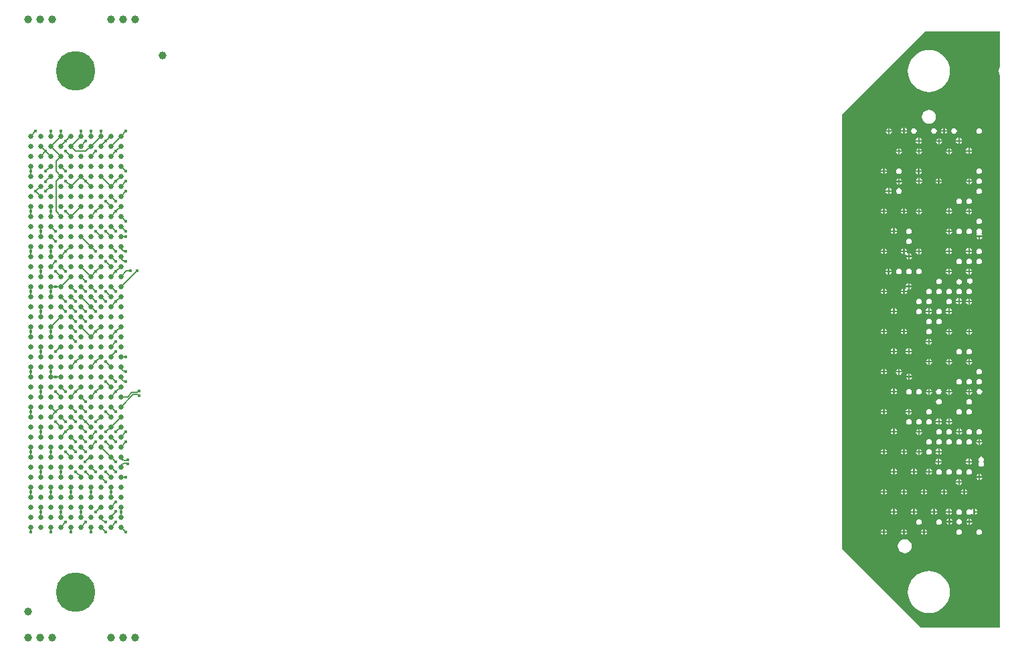
<source format=gbl>
G04*
G04 #@! TF.GenerationSoftware,Altium Limited,Altium Designer,21.3.2 (30)*
G04*
G04 Layer_Physical_Order=4*
G04 Layer_Color=16737819*
%FSAX43Y43*%
%MOMM*%
G71*
G04*
G04 #@! TF.SameCoordinates,DF0D33FC-6E62-41E1-A360-C572148188B0*
G04*
G04*
G04 #@! TF.FilePolarity,Positive*
G04*
G01*
G75*
%ADD11C,0.200*%
%ADD17C,1.000*%
%ADD18C,0.150*%
%ADD19C,0.400*%
%ADD20C,5.000*%
%ADD22C,0.635*%
G36*
X0444000Y0184562D02*
X0443948Y0184472D01*
X0443942Y0184456D01*
X0443933Y0184442D01*
X0443930Y0184425D01*
X0443922Y0184410D01*
X0443862Y0184183D01*
X0443859Y0184150D01*
X0443853Y0184117D01*
Y0183883D01*
X0443859Y0183850D01*
X0443862Y0183817D01*
X0443922Y0183590D01*
X0443930Y0183575D01*
X0443933Y0183558D01*
X0443942Y0183544D01*
X0443948Y0183528D01*
X0444000Y0183438D01*
Y0113500D01*
X0434000Y0113500D01*
X0424000Y0123500D01*
Y0178500D01*
X0434500Y0189000D01*
X0444000D01*
Y0184562D01*
D02*
G37*
%LPC*%
G36*
X0435000Y0186658D02*
X0434584Y0186625D01*
X0434179Y0186528D01*
X0433793Y0186368D01*
X0433438Y0186151D01*
X0433120Y0185880D01*
X0432849Y0185562D01*
X0432632Y0185207D01*
X0432472Y0184821D01*
X0432375Y0184416D01*
X0432342Y0184000D01*
X0432375Y0183584D01*
X0432472Y0183179D01*
X0432632Y0182793D01*
X0432849Y0182438D01*
X0433120Y0182120D01*
X0433438Y0181849D01*
X0433793Y0181632D01*
X0434179Y0181472D01*
X0434584Y0181375D01*
X0435000Y0181342D01*
X0435416Y0181375D01*
X0435821Y0181472D01*
X0436207Y0181632D01*
X0436562Y0181849D01*
X0436880Y0182120D01*
X0437151Y0182438D01*
X0437368Y0182793D01*
X0437528Y0183179D01*
X0437625Y0183584D01*
X0437658Y0184000D01*
X0437625Y0184416D01*
X0437528Y0184821D01*
X0437368Y0185207D01*
X0437151Y0185562D01*
X0436880Y0185880D01*
X0436562Y0186151D01*
X0436207Y0186368D01*
X0435821Y0186528D01*
X0435416Y0186625D01*
X0435000Y0186658D01*
D02*
G37*
G36*
X0435009Y0179083D02*
X0434778Y0179053D01*
X0434562Y0178964D01*
X0434378Y0178822D01*
X0434236Y0178637D01*
X0434147Y0178422D01*
X0434116Y0178191D01*
X0434147Y0177960D01*
X0434236Y0177744D01*
X0434378Y0177560D01*
X0434562Y0177418D01*
X0434778Y0177328D01*
X0435009Y0177298D01*
X0435240Y0177328D01*
X0435455Y0177418D01*
X0435640Y0177560D01*
X0435782Y0177744D01*
X0435871Y0177960D01*
X0435901Y0178191D01*
X0435871Y0178422D01*
X0435782Y0178637D01*
X0435640Y0178822D01*
X0435455Y0178964D01*
X0435240Y0179053D01*
X0435009Y0179083D01*
D02*
G37*
G36*
X0431934Y0176804D02*
Y0176516D01*
X0432222D01*
X0432211Y0176572D01*
X0432122Y0176704D01*
X0431990Y0176792D01*
X0431934Y0176804D01*
D02*
G37*
G36*
X0431734D02*
X0431678Y0176792D01*
X0431545Y0176704D01*
X0431457Y0176572D01*
X0431446Y0176516D01*
X0431734D01*
Y0176804D01*
D02*
G37*
G36*
X0437011Y0176792D02*
Y0176504D01*
X0437299D01*
X0437288Y0176560D01*
X0437200Y0176692D01*
X0437067Y0176781D01*
X0437011Y0176792D01*
D02*
G37*
G36*
X0436811D02*
X0436755Y0176781D01*
X0436623Y0176692D01*
X0436535Y0176560D01*
X0436523Y0176504D01*
X0436811D01*
Y0176792D01*
D02*
G37*
G36*
X0430033Y0176783D02*
Y0176495D01*
X0430321D01*
X0430309Y0176551D01*
X0430221Y0176683D01*
X0430089Y0176772D01*
X0430033Y0176783D01*
D02*
G37*
G36*
X0429833D02*
X0429777Y0176772D01*
X0429644Y0176683D01*
X0429556Y0176551D01*
X0429545Y0176495D01*
X0429833D01*
Y0176783D01*
D02*
G37*
G36*
X0438184Y0176773D02*
X0438047Y0176745D01*
X0437931Y0176668D01*
X0437854Y0176552D01*
X0437827Y0176416D01*
X0437854Y0176279D01*
X0437931Y0176163D01*
X0438047Y0176086D01*
X0438184Y0176059D01*
X0438320Y0176086D01*
X0438436Y0176163D01*
X0438514Y0176279D01*
X0438541Y0176416D01*
X0438514Y0176552D01*
X0438436Y0176668D01*
X0438320Y0176745D01*
X0438184Y0176773D01*
D02*
G37*
G36*
X0435644D02*
X0435507Y0176745D01*
X0435392Y0176668D01*
X0435314Y0176552D01*
X0435287Y0176416D01*
X0435314Y0176279D01*
X0435392Y0176163D01*
X0435507Y0176086D01*
X0435644Y0176059D01*
X0435780Y0176086D01*
X0435896Y0176163D01*
X0435974Y0176279D01*
X0436001Y0176416D01*
X0435974Y0176552D01*
X0435896Y0176668D01*
X0435780Y0176745D01*
X0435644Y0176773D01*
D02*
G37*
G36*
X0433104D02*
X0432967Y0176745D01*
X0432852Y0176668D01*
X0432774Y0176552D01*
X0432747Y0176416D01*
X0432774Y0176279D01*
X0432852Y0176163D01*
X0432967Y0176086D01*
X0433104Y0176059D01*
X0433240Y0176086D01*
X0433356Y0176163D01*
X0433434Y0176279D01*
X0433461Y0176416D01*
X0433434Y0176552D01*
X0433356Y0176668D01*
X0433240Y0176745D01*
X0433104Y0176773D01*
D02*
G37*
G36*
X0441348Y0176749D02*
X0441211Y0176722D01*
X0441095Y0176645D01*
X0441018Y0176529D01*
X0440991Y0176392D01*
X0441018Y0176256D01*
X0441095Y0176140D01*
X0441211Y0176063D01*
X0441348Y0176036D01*
X0441484Y0176063D01*
X0441600Y0176140D01*
X0441677Y0176256D01*
X0441704Y0176392D01*
X0441677Y0176529D01*
X0441600Y0176645D01*
X0441484Y0176722D01*
X0441348Y0176749D01*
D02*
G37*
G36*
X0432222Y0176316D02*
X0431934D01*
Y0176028D01*
X0431990Y0176039D01*
X0432122Y0176127D01*
X0432211Y0176260D01*
X0432222Y0176316D01*
D02*
G37*
G36*
X0431734D02*
X0431446D01*
X0431457Y0176260D01*
X0431545Y0176127D01*
X0431678Y0176039D01*
X0431734Y0176028D01*
Y0176316D01*
D02*
G37*
G36*
X0437299Y0176304D02*
X0437011D01*
Y0176016D01*
X0437067Y0176027D01*
X0437200Y0176115D01*
X0437288Y0176248D01*
X0437299Y0176304D01*
D02*
G37*
G36*
X0436811D02*
X0436523D01*
X0436535Y0176248D01*
X0436623Y0176115D01*
X0436755Y0176027D01*
X0436811Y0176016D01*
Y0176304D01*
D02*
G37*
G36*
X0430321Y0176295D02*
X0430033D01*
Y0176007D01*
X0430089Y0176018D01*
X0430221Y0176107D01*
X0430309Y0176239D01*
X0430321Y0176295D01*
D02*
G37*
G36*
X0429833D02*
X0429545D01*
X0429556Y0176239D01*
X0429644Y0176107D01*
X0429777Y0176018D01*
X0429833Y0176007D01*
Y0176295D01*
D02*
G37*
G36*
X0438915Y0175535D02*
Y0175247D01*
X0439203D01*
X0439192Y0175303D01*
X0439103Y0175436D01*
X0438971Y0175524D01*
X0438915Y0175535D01*
D02*
G37*
G36*
X0438715D02*
X0438659Y0175524D01*
X0438527Y0175436D01*
X0438438Y0175303D01*
X0438427Y0175247D01*
X0438715D01*
Y0175535D01*
D02*
G37*
G36*
X0433835D02*
Y0175247D01*
X0434123D01*
X0434112Y0175303D01*
X0434023Y0175436D01*
X0433891Y0175524D01*
X0433835Y0175535D01*
D02*
G37*
G36*
X0433635D02*
X0433579Y0175524D01*
X0433447Y0175436D01*
X0433358Y0175303D01*
X0433347Y0175247D01*
X0433635D01*
Y0175535D01*
D02*
G37*
G36*
X0436383Y0175513D02*
Y0175225D01*
X0436671D01*
X0436659Y0175281D01*
X0436571Y0175413D01*
X0436439Y0175502D01*
X0436383Y0175513D01*
D02*
G37*
G36*
X0436183D02*
X0436127Y0175502D01*
X0435994Y0175413D01*
X0435906Y0175281D01*
X0435895Y0175225D01*
X0436183D01*
Y0175513D01*
D02*
G37*
G36*
X0439203Y0175047D02*
X0438915D01*
Y0174759D01*
X0438971Y0174771D01*
X0439103Y0174859D01*
X0439192Y0174991D01*
X0439203Y0175047D01*
D02*
G37*
G36*
X0438715D02*
X0438427D01*
X0438438Y0174991D01*
X0438527Y0174859D01*
X0438659Y0174771D01*
X0438715Y0174759D01*
Y0175047D01*
D02*
G37*
G36*
X0434123D02*
X0433835D01*
Y0174759D01*
X0433891Y0174771D01*
X0434023Y0174859D01*
X0434112Y0174991D01*
X0434123Y0175047D01*
D02*
G37*
G36*
X0433635D02*
X0433347D01*
X0433358Y0174991D01*
X0433447Y0174859D01*
X0433579Y0174771D01*
X0433635Y0174759D01*
Y0175047D01*
D02*
G37*
G36*
X0436671Y0175025D02*
X0436383D01*
Y0174737D01*
X0436439Y0174748D01*
X0436571Y0174837D01*
X0436659Y0174969D01*
X0436671Y0175025D01*
D02*
G37*
G36*
X0436183D02*
X0435895D01*
X0435906Y0174969D01*
X0435994Y0174837D01*
X0436127Y0174748D01*
X0436183Y0174737D01*
Y0175025D01*
D02*
G37*
G36*
X0440185Y0174258D02*
Y0173970D01*
X0440473D01*
X0440462Y0174026D01*
X0440373Y0174158D01*
X0440241Y0174247D01*
X0440185Y0174258D01*
D02*
G37*
G36*
X0439985D02*
X0439929Y0174247D01*
X0439797Y0174158D01*
X0439708Y0174026D01*
X0439697Y0173970D01*
X0439985D01*
Y0174258D01*
D02*
G37*
G36*
X0433844Y0174249D02*
Y0173961D01*
X0434132D01*
X0434121Y0174017D01*
X0434032Y0174150D01*
X0433900Y0174238D01*
X0433844Y0174249D01*
D02*
G37*
G36*
X0433644D02*
X0433588Y0174238D01*
X0433455Y0174150D01*
X0433367Y0174017D01*
X0433356Y0173961D01*
X0433644D01*
Y0174249D01*
D02*
G37*
G36*
X0431304D02*
Y0173961D01*
X0431592D01*
X0431581Y0174017D01*
X0431492Y0174150D01*
X0431360Y0174238D01*
X0431304Y0174249D01*
D02*
G37*
G36*
X0431104D02*
X0431048Y0174238D01*
X0430915Y0174150D01*
X0430827Y0174017D01*
X0430816Y0173961D01*
X0431104D01*
Y0174249D01*
D02*
G37*
G36*
X0437653Y0174243D02*
Y0173955D01*
X0437941D01*
X0437929Y0174011D01*
X0437841Y0174143D01*
X0437709Y0174232D01*
X0437653Y0174243D01*
D02*
G37*
G36*
X0437453D02*
X0437397Y0174232D01*
X0437264Y0174143D01*
X0437176Y0174011D01*
X0437165Y0173955D01*
X0437453D01*
Y0174243D01*
D02*
G37*
G36*
X0440473Y0173770D02*
X0440185D01*
Y0173482D01*
X0440241Y0173493D01*
X0440373Y0173581D01*
X0440462Y0173714D01*
X0440473Y0173770D01*
D02*
G37*
G36*
X0439985D02*
X0439697D01*
X0439708Y0173714D01*
X0439797Y0173581D01*
X0439929Y0173493D01*
X0439985Y0173482D01*
Y0173770D01*
D02*
G37*
G36*
X0434132Y0173761D02*
X0433844D01*
Y0173473D01*
X0433900Y0173484D01*
X0434032Y0173573D01*
X0434121Y0173705D01*
X0434132Y0173761D01*
D02*
G37*
G36*
X0433644D02*
X0433356D01*
X0433367Y0173705D01*
X0433455Y0173573D01*
X0433588Y0173484D01*
X0433644Y0173473D01*
Y0173761D01*
D02*
G37*
G36*
X0431592D02*
X0431304D01*
Y0173473D01*
X0431360Y0173484D01*
X0431492Y0173573D01*
X0431581Y0173705D01*
X0431592Y0173761D01*
D02*
G37*
G36*
X0431104D02*
X0430816D01*
X0430827Y0173705D01*
X0430915Y0173573D01*
X0431048Y0173484D01*
X0431104Y0173473D01*
Y0173761D01*
D02*
G37*
G36*
X0437941Y0173755D02*
X0437653D01*
Y0173467D01*
X0437709Y0173478D01*
X0437841Y0173567D01*
X0437929Y0173699D01*
X0437941Y0173755D01*
D02*
G37*
G36*
X0437453D02*
X0437165D01*
X0437176Y0173699D01*
X0437264Y0173567D01*
X0437397Y0173478D01*
X0437453Y0173467D01*
Y0173755D01*
D02*
G37*
G36*
X0429394Y0171705D02*
Y0171417D01*
X0429682D01*
X0429671Y0171473D01*
X0429582Y0171605D01*
X0429450Y0171693D01*
X0429394Y0171705D01*
D02*
G37*
G36*
X0429194D02*
X0429138Y0171693D01*
X0429005Y0171605D01*
X0428917Y0171473D01*
X0428906Y0171417D01*
X0429194D01*
Y0171705D01*
D02*
G37*
G36*
X0433809Y0171694D02*
Y0171406D01*
X0434097D01*
X0434086Y0171462D01*
X0433997Y0171595D01*
X0433865Y0171683D01*
X0433809Y0171694D01*
D02*
G37*
G36*
X0433609D02*
X0433553Y0171683D01*
X0433420Y0171595D01*
X0433332Y0171462D01*
X0433321Y0171406D01*
X0433609D01*
Y0171694D01*
D02*
G37*
G36*
X0441348Y0171679D02*
X0441211Y0171652D01*
X0441095Y0171575D01*
X0441018Y0171459D01*
X0440991Y0171322D01*
X0441018Y0171186D01*
X0441095Y0171070D01*
X0441211Y0170993D01*
X0441348Y0170965D01*
X0441484Y0170993D01*
X0441600Y0171070D01*
X0441677Y0171186D01*
X0441704Y0171322D01*
X0441677Y0171459D01*
X0441600Y0171575D01*
X0441484Y0171652D01*
X0441348Y0171679D01*
D02*
G37*
G36*
X0431209Y0171663D02*
X0431072Y0171636D01*
X0430957Y0171559D01*
X0430879Y0171443D01*
X0430852Y0171306D01*
X0430879Y0171170D01*
X0430957Y0171054D01*
X0431072Y0170976D01*
X0431209Y0170949D01*
X0431345Y0170976D01*
X0431461Y0171054D01*
X0431539Y0171170D01*
X0431566Y0171306D01*
X0431539Y0171443D01*
X0431461Y0171559D01*
X0431345Y0171636D01*
X0431209Y0171663D01*
D02*
G37*
G36*
X0429682Y0171217D02*
X0429394D01*
Y0170929D01*
X0429450Y0170940D01*
X0429582Y0171028D01*
X0429671Y0171161D01*
X0429682Y0171217D01*
D02*
G37*
G36*
X0429194D02*
X0428906D01*
X0428917Y0171161D01*
X0429005Y0171028D01*
X0429138Y0170940D01*
X0429194Y0170929D01*
Y0171217D01*
D02*
G37*
G36*
X0434097Y0171206D02*
X0433809D01*
Y0170918D01*
X0433865Y0170929D01*
X0433997Y0171018D01*
X0434086Y0171150D01*
X0434097Y0171206D01*
D02*
G37*
G36*
X0433609D02*
X0433321D01*
X0433332Y0171150D01*
X0433420Y0171018D01*
X0433553Y0170929D01*
X0433609Y0170918D01*
Y0171206D01*
D02*
G37*
G36*
X0433850Y0170448D02*
Y0170160D01*
X0434138D01*
X0434127Y0170216D01*
X0434038Y0170348D01*
X0433906Y0170437D01*
X0433850Y0170448D01*
D02*
G37*
G36*
X0433650D02*
X0433594Y0170437D01*
X0433462Y0170348D01*
X0433373Y0170216D01*
X0433362Y0170160D01*
X0433650D01*
Y0170448D01*
D02*
G37*
G36*
X0436341Y0170445D02*
Y0170157D01*
X0436629D01*
X0436617Y0170213D01*
X0436529Y0170345D01*
X0436397Y0170434D01*
X0436341Y0170445D01*
D02*
G37*
G36*
X0436141D02*
X0436085Y0170434D01*
X0435952Y0170345D01*
X0435864Y0170213D01*
X0435853Y0170157D01*
X0436141D01*
Y0170445D01*
D02*
G37*
G36*
X0440193Y0170433D02*
Y0170145D01*
X0440481D01*
X0440469Y0170201D01*
X0440381Y0170333D01*
X0440249Y0170422D01*
X0440193Y0170433D01*
D02*
G37*
G36*
X0439993D02*
X0439937Y0170422D01*
X0439804Y0170333D01*
X0439716Y0170201D01*
X0439705Y0170145D01*
X0439993D01*
Y0170433D01*
D02*
G37*
G36*
X0431309Y0170394D02*
Y0170106D01*
X0431597D01*
X0431586Y0170162D01*
X0431497Y0170295D01*
X0431365Y0170383D01*
X0431309Y0170394D01*
D02*
G37*
G36*
X0431109D02*
X0431053Y0170383D01*
X0430920Y0170295D01*
X0430832Y0170162D01*
X0430821Y0170106D01*
X0431109D01*
Y0170394D01*
D02*
G37*
G36*
X0441348Y0170399D02*
X0441211Y0170372D01*
X0441095Y0170295D01*
X0441018Y0170179D01*
X0440991Y0170042D01*
X0441018Y0169906D01*
X0441095Y0169790D01*
X0441211Y0169713D01*
X0441348Y0169686D01*
X0441484Y0169713D01*
X0441600Y0169790D01*
X0441677Y0169906D01*
X0441704Y0170042D01*
X0441677Y0170179D01*
X0441600Y0170295D01*
X0441484Y0170372D01*
X0441348Y0170399D01*
D02*
G37*
G36*
X0434138Y0169960D02*
X0433850D01*
Y0169672D01*
X0433906Y0169683D01*
X0434038Y0169772D01*
X0434127Y0169904D01*
X0434138Y0169960D01*
D02*
G37*
G36*
X0433650D02*
X0433362D01*
X0433373Y0169904D01*
X0433462Y0169772D01*
X0433594Y0169683D01*
X0433650Y0169672D01*
Y0169960D01*
D02*
G37*
G36*
X0436629Y0169957D02*
X0436341D01*
Y0169669D01*
X0436397Y0169680D01*
X0436529Y0169768D01*
X0436617Y0169901D01*
X0436629Y0169957D01*
D02*
G37*
G36*
X0436141D02*
X0435853D01*
X0435864Y0169901D01*
X0435952Y0169768D01*
X0436085Y0169680D01*
X0436141Y0169669D01*
Y0169957D01*
D02*
G37*
G36*
X0440481Y0169945D02*
X0440193D01*
Y0169657D01*
X0440249Y0169668D01*
X0440381Y0169757D01*
X0440469Y0169889D01*
X0440481Y0169945D01*
D02*
G37*
G36*
X0439993D02*
X0439705D01*
X0439716Y0169889D01*
X0439804Y0169757D01*
X0439937Y0169668D01*
X0439993Y0169657D01*
Y0169945D01*
D02*
G37*
G36*
X0431597Y0169906D02*
X0431309D01*
Y0169618D01*
X0431365Y0169629D01*
X0431497Y0169718D01*
X0431586Y0169850D01*
X0431597Y0169906D01*
D02*
G37*
G36*
X0431109D02*
X0430821D01*
X0430832Y0169850D01*
X0430920Y0169718D01*
X0431053Y0169629D01*
X0431109Y0169618D01*
Y0169906D01*
D02*
G37*
G36*
X0430018Y0169188D02*
Y0168900D01*
X0430306D01*
X0430294Y0168956D01*
X0430206Y0169088D01*
X0430074Y0169177D01*
X0430018Y0169188D01*
D02*
G37*
G36*
X0429818D02*
X0429762Y0169177D01*
X0429629Y0169088D01*
X0429541Y0168956D01*
X0429530Y0168900D01*
X0429818D01*
Y0169188D01*
D02*
G37*
G36*
X0431209Y0169163D02*
X0431072Y0169136D01*
X0430957Y0169059D01*
X0430879Y0168943D01*
X0430852Y0168806D01*
X0430879Y0168670D01*
X0430957Y0168554D01*
X0431072Y0168477D01*
X0431209Y0168449D01*
X0431345Y0168477D01*
X0431461Y0168554D01*
X0431539Y0168670D01*
X0431566Y0168806D01*
X0431539Y0168943D01*
X0431461Y0169059D01*
X0431345Y0169136D01*
X0431209Y0169163D01*
D02*
G37*
G36*
X0441342Y0169128D02*
X0441205Y0169101D01*
X0441089Y0169023D01*
X0441012Y0168908D01*
X0440985Y0168771D01*
X0441012Y0168635D01*
X0441089Y0168519D01*
X0441205Y0168441D01*
X0441342Y0168414D01*
X0441478Y0168441D01*
X0441594Y0168519D01*
X0441671Y0168635D01*
X0441698Y0168771D01*
X0441671Y0168908D01*
X0441594Y0169023D01*
X0441478Y0169101D01*
X0441342Y0169128D01*
D02*
G37*
G36*
X0430306Y0168700D02*
X0430018D01*
Y0168412D01*
X0430074Y0168423D01*
X0430206Y0168512D01*
X0430294Y0168644D01*
X0430306Y0168700D01*
D02*
G37*
G36*
X0429818D02*
X0429530D01*
X0429541Y0168644D01*
X0429629Y0168512D01*
X0429762Y0168423D01*
X0429818Y0168412D01*
Y0168700D01*
D02*
G37*
G36*
X0440078Y0167869D02*
X0439941Y0167842D01*
X0439825Y0167765D01*
X0439748Y0167649D01*
X0439721Y0167512D01*
X0439748Y0167376D01*
X0439825Y0167260D01*
X0439941Y0167183D01*
X0440078Y0167155D01*
X0440214Y0167183D01*
X0440330Y0167260D01*
X0440407Y0167376D01*
X0440435Y0167512D01*
X0440407Y0167649D01*
X0440330Y0167765D01*
X0440214Y0167842D01*
X0440078Y0167869D01*
D02*
G37*
G36*
X0438818Y0167859D02*
X0438681Y0167832D01*
X0438565Y0167755D01*
X0438488Y0167639D01*
X0438461Y0167502D01*
X0438488Y0167366D01*
X0438565Y0167250D01*
X0438681Y0167173D01*
X0438818Y0167146D01*
X0438954Y0167173D01*
X0439070Y0167250D01*
X0439147Y0167366D01*
X0439174Y0167502D01*
X0439147Y0167639D01*
X0439070Y0167755D01*
X0438954Y0167832D01*
X0438818Y0167859D01*
D02*
G37*
G36*
X0437654Y0166639D02*
Y0166351D01*
X0437942D01*
X0437931Y0166407D01*
X0437842Y0166540D01*
X0437710Y0166628D01*
X0437654Y0166639D01*
D02*
G37*
G36*
X0437454D02*
X0437398Y0166628D01*
X0437265Y0166540D01*
X0437177Y0166407D01*
X0437166Y0166351D01*
X0437454D01*
Y0166639D01*
D02*
G37*
G36*
X0440184Y0166629D02*
Y0166341D01*
X0440472D01*
X0440461Y0166397D01*
X0440372Y0166530D01*
X0440240Y0166618D01*
X0440184Y0166629D01*
D02*
G37*
G36*
X0439984D02*
X0439928Y0166618D01*
X0439795Y0166530D01*
X0439707Y0166397D01*
X0439696Y0166341D01*
X0439984D01*
Y0166629D01*
D02*
G37*
G36*
X0433844D02*
Y0166341D01*
X0434132D01*
X0434121Y0166397D01*
X0434032Y0166530D01*
X0433900Y0166618D01*
X0433844Y0166629D01*
D02*
G37*
G36*
X0433644D02*
X0433588Y0166618D01*
X0433455Y0166530D01*
X0433367Y0166397D01*
X0433356Y0166341D01*
X0433644D01*
Y0166629D01*
D02*
G37*
G36*
X0431934Y0166625D02*
Y0166337D01*
X0432222D01*
X0432211Y0166393D01*
X0432122Y0166525D01*
X0431990Y0166613D01*
X0431934Y0166625D01*
D02*
G37*
G36*
X0431734D02*
X0431678Y0166613D01*
X0431545Y0166525D01*
X0431457Y0166393D01*
X0431446Y0166337D01*
X0431734D01*
Y0166625D01*
D02*
G37*
G36*
X0429394D02*
Y0166337D01*
X0429682D01*
X0429671Y0166393D01*
X0429582Y0166525D01*
X0429450Y0166613D01*
X0429394Y0166625D01*
D02*
G37*
G36*
X0429194D02*
X0429138Y0166613D01*
X0429005Y0166525D01*
X0428917Y0166393D01*
X0428906Y0166337D01*
X0429194D01*
Y0166625D01*
D02*
G37*
G36*
X0437942Y0166151D02*
X0437654D01*
Y0165863D01*
X0437710Y0165874D01*
X0437842Y0165963D01*
X0437931Y0166095D01*
X0437942Y0166151D01*
D02*
G37*
G36*
X0437454D02*
X0437166D01*
X0437177Y0166095D01*
X0437265Y0165963D01*
X0437398Y0165874D01*
X0437454Y0165863D01*
Y0166151D01*
D02*
G37*
G36*
X0440472Y0166141D02*
X0440184D01*
Y0165853D01*
X0440240Y0165864D01*
X0440372Y0165953D01*
X0440461Y0166085D01*
X0440472Y0166141D01*
D02*
G37*
G36*
X0439984D02*
X0439696D01*
X0439707Y0166085D01*
X0439795Y0165953D01*
X0439928Y0165864D01*
X0439984Y0165853D01*
Y0166141D01*
D02*
G37*
G36*
X0434132D02*
X0433844D01*
Y0165853D01*
X0433900Y0165864D01*
X0434032Y0165953D01*
X0434121Y0166085D01*
X0434132Y0166141D01*
D02*
G37*
G36*
X0433644D02*
X0433356D01*
X0433367Y0166085D01*
X0433455Y0165953D01*
X0433588Y0165864D01*
X0433644Y0165853D01*
Y0166141D01*
D02*
G37*
G36*
X0432222Y0166137D02*
X0431934D01*
Y0165849D01*
X0431990Y0165860D01*
X0432122Y0165948D01*
X0432211Y0166081D01*
X0432222Y0166137D01*
D02*
G37*
G36*
X0431734D02*
X0431446D01*
X0431457Y0166081D01*
X0431545Y0165948D01*
X0431678Y0165860D01*
X0431734Y0165849D01*
Y0166137D01*
D02*
G37*
G36*
X0429682D02*
X0429394D01*
Y0165849D01*
X0429450Y0165860D01*
X0429582Y0165948D01*
X0429671Y0166081D01*
X0429682Y0166137D01*
D02*
G37*
G36*
X0429194D02*
X0428906D01*
X0428917Y0166081D01*
X0429005Y0165948D01*
X0429138Y0165860D01*
X0429194Y0165849D01*
Y0166137D01*
D02*
G37*
G36*
X0441348Y0165329D02*
X0441211Y0165302D01*
X0441095Y0165225D01*
X0441018Y0165109D01*
X0440991Y0164972D01*
X0441018Y0164836D01*
X0441095Y0164720D01*
X0441211Y0164643D01*
X0441348Y0164615D01*
X0441484Y0164643D01*
X0441600Y0164720D01*
X0441677Y0164836D01*
X0441704Y0164972D01*
X0441677Y0165109D01*
X0441600Y0165225D01*
X0441484Y0165302D01*
X0441348Y0165329D01*
D02*
G37*
G36*
X0430664Y0164104D02*
Y0163816D01*
X0430952D01*
X0430941Y0163872D01*
X0430852Y0164004D01*
X0430720Y0164092D01*
X0430664Y0164104D01*
D02*
G37*
G36*
X0430464D02*
X0430408Y0164092D01*
X0430275Y0164004D01*
X0430187Y0163872D01*
X0430176Y0163816D01*
X0430464D01*
Y0164104D01*
D02*
G37*
G36*
X0437654Y0164089D02*
Y0163801D01*
X0437942D01*
X0437931Y0163857D01*
X0437842Y0163990D01*
X0437710Y0164078D01*
X0437654Y0164089D01*
D02*
G37*
G36*
X0437454D02*
X0437398Y0164078D01*
X0437265Y0163990D01*
X0437177Y0163857D01*
X0437166Y0163801D01*
X0437454D01*
Y0164089D01*
D02*
G37*
G36*
X0440078Y0164059D02*
X0439941Y0164032D01*
X0439825Y0163955D01*
X0439748Y0163839D01*
X0439721Y0163702D01*
X0439748Y0163566D01*
X0439825Y0163450D01*
X0439941Y0163373D01*
X0440078Y0163345D01*
X0440214Y0163373D01*
X0440330Y0163450D01*
X0440407Y0163566D01*
X0440435Y0163702D01*
X0440407Y0163839D01*
X0440330Y0163955D01*
X0440214Y0164032D01*
X0440078Y0164059D01*
D02*
G37*
G36*
X0432458D02*
X0432321Y0164032D01*
X0432205Y0163955D01*
X0432128Y0163839D01*
X0432101Y0163702D01*
X0432128Y0163566D01*
X0432205Y0163450D01*
X0432321Y0163373D01*
X0432458Y0163345D01*
X0432594Y0163373D01*
X0432710Y0163450D01*
X0432787Y0163566D01*
X0432815Y0163702D01*
X0432787Y0163839D01*
X0432710Y0163955D01*
X0432594Y0164032D01*
X0432458Y0164059D01*
D02*
G37*
G36*
X0438818Y0164049D02*
X0438681Y0164022D01*
X0438565Y0163945D01*
X0438488Y0163829D01*
X0438461Y0163692D01*
X0438488Y0163556D01*
X0438565Y0163440D01*
X0438681Y0163363D01*
X0438818Y0163336D01*
X0438954Y0163363D01*
X0439070Y0163440D01*
X0439147Y0163556D01*
X0439174Y0163692D01*
X0439147Y0163829D01*
X0439070Y0163945D01*
X0438954Y0164022D01*
X0438818Y0164049D01*
D02*
G37*
G36*
X0430952Y0163616D02*
X0430664D01*
Y0163328D01*
X0430720Y0163339D01*
X0430852Y0163427D01*
X0430941Y0163560D01*
X0430952Y0163616D01*
D02*
G37*
G36*
X0430464D02*
X0430176D01*
X0430187Y0163560D01*
X0430275Y0163427D01*
X0430408Y0163339D01*
X0430464Y0163328D01*
Y0163616D01*
D02*
G37*
G36*
X0437942Y0163601D02*
X0437654D01*
Y0163313D01*
X0437710Y0163324D01*
X0437842Y0163413D01*
X0437931Y0163545D01*
X0437942Y0163601D01*
D02*
G37*
G36*
X0437454D02*
X0437166D01*
X0437177Y0163545D01*
X0437265Y0163413D01*
X0437398Y0163324D01*
X0437454Y0163313D01*
Y0163601D01*
D02*
G37*
G36*
X0441348Y0164059D02*
X0441211Y0164032D01*
X0441095Y0163955D01*
X0441018Y0163839D01*
X0440991Y0163702D01*
X0441018Y0163566D01*
X0441095Y0163450D01*
X0441056Y0163324D01*
X0440992Y0163227D01*
X0440980Y0163171D01*
X0441756D01*
X0441745Y0163227D01*
X0441668Y0163343D01*
X0441600Y0163450D01*
X0441677Y0163566D01*
X0441704Y0163702D01*
X0441677Y0163839D01*
X0441600Y0163955D01*
X0441484Y0164032D01*
X0441348Y0164059D01*
D02*
G37*
G36*
X0441756Y0162971D02*
X0441468D01*
Y0162683D01*
X0441524Y0162694D01*
X0441657Y0162783D01*
X0441745Y0162915D01*
X0441756Y0162971D01*
D02*
G37*
G36*
X0441268D02*
X0440980D01*
X0440992Y0162915D01*
X0441080Y0162783D01*
X0441212Y0162694D01*
X0441268Y0162683D01*
Y0162971D01*
D02*
G37*
G36*
X0432458Y0162789D02*
X0432321Y0162762D01*
X0432205Y0162685D01*
X0432128Y0162569D01*
X0432101Y0162432D01*
X0432128Y0162296D01*
X0432205Y0162180D01*
X0432321Y0162103D01*
X0432458Y0162075D01*
X0432594Y0162103D01*
X0432710Y0162180D01*
X0432787Y0162296D01*
X0432815Y0162432D01*
X0432787Y0162569D01*
X0432710Y0162685D01*
X0432594Y0162762D01*
X0432458Y0162789D01*
D02*
G37*
G36*
X0440184Y0161559D02*
Y0161271D01*
X0440472D01*
X0440461Y0161327D01*
X0440372Y0161460D01*
X0440240Y0161548D01*
X0440184Y0161559D01*
D02*
G37*
G36*
X0439984D02*
X0439928Y0161548D01*
X0439795Y0161460D01*
X0439707Y0161327D01*
X0439696Y0161271D01*
X0439984D01*
Y0161559D01*
D02*
G37*
G36*
X0437644D02*
Y0161271D01*
X0437932D01*
X0437921Y0161327D01*
X0437832Y0161460D01*
X0437700Y0161548D01*
X0437644Y0161559D01*
D02*
G37*
G36*
X0437444D02*
X0437388Y0161548D01*
X0437255Y0161460D01*
X0437167Y0161327D01*
X0437156Y0161271D01*
X0437444D01*
Y0161559D01*
D02*
G37*
G36*
X0433834Y0161549D02*
Y0161261D01*
X0434122D01*
X0434111Y0161317D01*
X0434022Y0161450D01*
X0433890Y0161538D01*
X0433834Y0161549D01*
D02*
G37*
G36*
X0433634D02*
X0433578Y0161538D01*
X0433445Y0161450D01*
X0433357Y0161317D01*
X0433346Y0161261D01*
X0433634D01*
Y0161549D01*
D02*
G37*
G36*
X0431934Y0161545D02*
Y0161257D01*
X0432222D01*
X0432211Y0161313D01*
X0432122Y0161445D01*
X0431990Y0161533D01*
X0431934Y0161545D01*
D02*
G37*
G36*
X0431734D02*
X0431678Y0161533D01*
X0431545Y0161445D01*
X0431457Y0161313D01*
X0431446Y0161257D01*
X0431734D01*
Y0161545D01*
D02*
G37*
G36*
X0429394D02*
Y0161257D01*
X0429682D01*
X0429671Y0161313D01*
X0429582Y0161445D01*
X0429450Y0161533D01*
X0429394Y0161545D01*
D02*
G37*
G36*
X0429194D02*
X0429138Y0161533D01*
X0429005Y0161445D01*
X0428917Y0161313D01*
X0428906Y0161257D01*
X0429194D01*
Y0161545D01*
D02*
G37*
G36*
X0441348Y0161519D02*
X0441211Y0161492D01*
X0441095Y0161415D01*
X0441018Y0161299D01*
X0440991Y0161162D01*
X0441018Y0161026D01*
X0441095Y0160910D01*
X0441211Y0160833D01*
X0441348Y0160805D01*
X0441484Y0160833D01*
X0441600Y0160910D01*
X0441677Y0161026D01*
X0441704Y0161162D01*
X0441677Y0161299D01*
X0441600Y0161415D01*
X0441484Y0161492D01*
X0441348Y0161519D01*
D02*
G37*
G36*
X0440472Y0161071D02*
X0440184D01*
Y0160783D01*
X0440240Y0160794D01*
X0440372Y0160883D01*
X0440461Y0161015D01*
X0440472Y0161071D01*
D02*
G37*
G36*
X0439984D02*
X0439696D01*
X0439707Y0161015D01*
X0439795Y0160883D01*
X0439928Y0160794D01*
X0439984Y0160783D01*
Y0161071D01*
D02*
G37*
G36*
X0437932D02*
X0437644D01*
Y0160783D01*
X0437700Y0160794D01*
X0437832Y0160883D01*
X0437921Y0161015D01*
X0437932Y0161071D01*
D02*
G37*
G36*
X0437444D02*
X0437156D01*
X0437167Y0161015D01*
X0437255Y0160883D01*
X0437388Y0160794D01*
X0437444Y0160783D01*
Y0161071D01*
D02*
G37*
G36*
X0434122Y0161061D02*
X0433834D01*
Y0160773D01*
X0433890Y0160784D01*
X0434022Y0160873D01*
X0434111Y0161005D01*
X0434122Y0161061D01*
D02*
G37*
G36*
X0433634D02*
X0433346D01*
X0433357Y0161005D01*
X0433445Y0160873D01*
X0433578Y0160784D01*
X0433634Y0160773D01*
Y0161061D01*
D02*
G37*
G36*
X0431734Y0161057D02*
X0431446D01*
X0431457Y0161001D01*
X0431545Y0160868D01*
X0431678Y0160780D01*
X0431734Y0160769D01*
Y0161057D01*
D02*
G37*
G36*
X0429682D02*
X0429394D01*
Y0160769D01*
X0429450Y0160780D01*
X0429582Y0160868D01*
X0429671Y0161001D01*
X0429682Y0161057D01*
D02*
G37*
G36*
X0429194D02*
X0428906D01*
X0428917Y0161001D01*
X0429005Y0160868D01*
X0429138Y0160780D01*
X0429194Y0160769D01*
Y0161057D01*
D02*
G37*
G36*
X0432578Y0160919D02*
Y0160631D01*
X0432866D01*
X0432855Y0160687D01*
X0432767Y0160820D01*
X0432634Y0160908D01*
X0432578Y0160919D01*
D02*
G37*
G36*
X0432222Y0161057D02*
X0431934D01*
Y0160769D01*
X0431990Y0160780D01*
X0432027Y0160805D01*
X0432119Y0160713D01*
X0432102Y0160687D01*
X0432090Y0160631D01*
X0432378D01*
Y0160919D01*
X0432322Y0160908D01*
X0432285Y0160883D01*
X0432193Y0160974D01*
X0432211Y0161001D01*
X0432222Y0161057D01*
D02*
G37*
G36*
X0432866Y0160431D02*
X0432578D01*
Y0160143D01*
X0432634Y0160154D01*
X0432767Y0160243D01*
X0432855Y0160375D01*
X0432866Y0160431D01*
D02*
G37*
G36*
X0432378D02*
X0432090D01*
X0432102Y0160375D01*
X0432190Y0160243D01*
X0432322Y0160154D01*
X0432378Y0160143D01*
Y0160431D01*
D02*
G37*
G36*
X0441348Y0160249D02*
X0441211Y0160222D01*
X0441095Y0160145D01*
X0441018Y0160029D01*
X0440991Y0159892D01*
X0441018Y0159756D01*
X0441095Y0159640D01*
X0441211Y0159563D01*
X0441348Y0159535D01*
X0441484Y0159563D01*
X0441600Y0159640D01*
X0441677Y0159756D01*
X0441704Y0159892D01*
X0441677Y0160029D01*
X0441600Y0160145D01*
X0441484Y0160222D01*
X0441348Y0160249D01*
D02*
G37*
G36*
X0440078D02*
X0439941Y0160222D01*
X0439825Y0160145D01*
X0439748Y0160029D01*
X0439721Y0159892D01*
X0439748Y0159756D01*
X0439825Y0159640D01*
X0439941Y0159563D01*
X0440078Y0159535D01*
X0440214Y0159563D01*
X0440330Y0159640D01*
X0440407Y0159756D01*
X0440435Y0159892D01*
X0440407Y0160029D01*
X0440330Y0160145D01*
X0440214Y0160222D01*
X0440078Y0160249D01*
D02*
G37*
G36*
X0438818Y0160239D02*
X0438681Y0160212D01*
X0438565Y0160135D01*
X0438488Y0160019D01*
X0438461Y0159882D01*
X0438488Y0159746D01*
X0438565Y0159630D01*
X0438681Y0159553D01*
X0438818Y0159526D01*
X0438954Y0159553D01*
X0439070Y0159630D01*
X0439147Y0159746D01*
X0439174Y0159882D01*
X0439147Y0160019D01*
X0439070Y0160135D01*
X0438954Y0160212D01*
X0438818Y0160239D01*
D02*
G37*
G36*
X0440184Y0159009D02*
Y0158721D01*
X0440472D01*
X0440461Y0158777D01*
X0440372Y0158910D01*
X0440240Y0158998D01*
X0440184Y0159009D01*
D02*
G37*
G36*
X0439984D02*
X0439928Y0158998D01*
X0439795Y0158910D01*
X0439707Y0158777D01*
X0439696Y0158721D01*
X0439984D01*
Y0159009D01*
D02*
G37*
G36*
X0437644D02*
Y0158721D01*
X0437932D01*
X0437921Y0158777D01*
X0437832Y0158910D01*
X0437700Y0158998D01*
X0437644Y0159009D01*
D02*
G37*
G36*
X0437444D02*
X0437388Y0158998D01*
X0437255Y0158910D01*
X0437167Y0158777D01*
X0437156Y0158721D01*
X0437444D01*
Y0159009D01*
D02*
G37*
G36*
X0430000Y0158988D02*
Y0158700D01*
X0430288D01*
X0430277Y0158756D01*
X0430188Y0158888D01*
X0430056Y0158977D01*
X0430000Y0158988D01*
D02*
G37*
G36*
X0429800D02*
X0429744Y0158977D01*
X0429612Y0158888D01*
X0429523Y0158756D01*
X0429512Y0158700D01*
X0429800D01*
Y0158988D01*
D02*
G37*
G36*
X0433728Y0158979D02*
X0433591Y0158952D01*
X0433475Y0158875D01*
X0433398Y0158759D01*
X0433371Y0158622D01*
X0433398Y0158486D01*
X0433475Y0158370D01*
X0433591Y0158293D01*
X0433728Y0158265D01*
X0433864Y0158293D01*
X0433980Y0158370D01*
X0434057Y0158486D01*
X0434085Y0158622D01*
X0434057Y0158759D01*
X0433980Y0158875D01*
X0433864Y0158952D01*
X0433728Y0158979D01*
D02*
G37*
G36*
X0432468Y0158969D02*
X0432331Y0158942D01*
X0432215Y0158865D01*
X0432138Y0158749D01*
X0432111Y0158612D01*
X0432138Y0158476D01*
X0432215Y0158360D01*
X0432331Y0158283D01*
X0432468Y0158256D01*
X0432604Y0158283D01*
X0432720Y0158360D01*
X0432797Y0158476D01*
X0432824Y0158612D01*
X0432797Y0158749D01*
X0432720Y0158865D01*
X0432604Y0158942D01*
X0432468Y0158969D01*
D02*
G37*
G36*
X0431200Y0158957D02*
X0431063Y0158930D01*
X0430948Y0158852D01*
X0430870Y0158737D01*
X0430843Y0158600D01*
X0430870Y0158463D01*
X0430948Y0158348D01*
X0431063Y0158270D01*
X0431200Y0158243D01*
X0431337Y0158270D01*
X0431452Y0158348D01*
X0431530Y0158463D01*
X0431557Y0158600D01*
X0431530Y0158737D01*
X0431452Y0158852D01*
X0431337Y0158930D01*
X0431200Y0158957D01*
D02*
G37*
G36*
X0440472Y0158521D02*
X0440184D01*
Y0158233D01*
X0440240Y0158244D01*
X0440372Y0158333D01*
X0440461Y0158465D01*
X0440472Y0158521D01*
D02*
G37*
G36*
X0439984D02*
X0439696D01*
X0439707Y0158465D01*
X0439795Y0158333D01*
X0439928Y0158244D01*
X0439984Y0158233D01*
Y0158521D01*
D02*
G37*
G36*
X0437932D02*
X0437644D01*
Y0158233D01*
X0437700Y0158244D01*
X0437832Y0158333D01*
X0437921Y0158465D01*
X0437932Y0158521D01*
D02*
G37*
G36*
X0437444D02*
X0437156D01*
X0437167Y0158465D01*
X0437255Y0158333D01*
X0437388Y0158244D01*
X0437444Y0158233D01*
Y0158521D01*
D02*
G37*
G36*
X0430288Y0158500D02*
X0430000D01*
Y0158212D01*
X0430056Y0158223D01*
X0430188Y0158312D01*
X0430277Y0158444D01*
X0430288Y0158500D01*
D02*
G37*
G36*
X0429800D02*
X0429512D01*
X0429523Y0158444D01*
X0429612Y0158312D01*
X0429744Y0158223D01*
X0429800Y0158212D01*
Y0158500D01*
D02*
G37*
G36*
X0440200Y0157757D02*
X0440063Y0157730D01*
X0439948Y0157652D01*
X0439870Y0157537D01*
X0439843Y0157400D01*
X0439870Y0157263D01*
X0439948Y0157148D01*
X0440063Y0157070D01*
X0440200Y0157043D01*
X0440337Y0157070D01*
X0440452Y0157148D01*
X0440530Y0157263D01*
X0440557Y0157400D01*
X0440530Y0157537D01*
X0440452Y0157652D01*
X0440337Y0157730D01*
X0440200Y0157757D01*
D02*
G37*
G36*
X0436268Y0157709D02*
X0436131Y0157682D01*
X0436015Y0157605D01*
X0435938Y0157489D01*
X0435911Y0157352D01*
X0435938Y0157216D01*
X0436015Y0157100D01*
X0436131Y0157023D01*
X0436268Y0156995D01*
X0436404Y0157023D01*
X0436520Y0157100D01*
X0436597Y0157216D01*
X0436625Y0157352D01*
X0436597Y0157489D01*
X0436520Y0157605D01*
X0436404Y0157682D01*
X0436268Y0157709D01*
D02*
G37*
G36*
X0438800Y0157657D02*
X0438663Y0157630D01*
X0438548Y0157552D01*
X0438470Y0157437D01*
X0438443Y0157300D01*
X0438470Y0157163D01*
X0438548Y0157048D01*
X0438663Y0156970D01*
X0438800Y0156943D01*
X0438937Y0156970D01*
X0439052Y0157048D01*
X0439130Y0157163D01*
X0439157Y0157300D01*
X0439130Y0157437D01*
X0439052Y0157552D01*
X0438937Y0157630D01*
X0438800Y0157657D01*
D02*
G37*
G36*
X0432559Y0157109D02*
Y0156821D01*
X0432847D01*
X0432836Y0156877D01*
X0432748Y0157010D01*
X0432615Y0157098D01*
X0432559Y0157109D01*
D02*
G37*
G36*
X0432359D02*
X0432303Y0157098D01*
X0432171Y0157010D01*
X0432083Y0156877D01*
X0432071Y0156821D01*
X0432359D01*
Y0157109D01*
D02*
G37*
G36*
Y0156621D02*
X0432071D01*
X0432083Y0156565D01*
X0432108Y0156528D01*
X0432016Y0156436D01*
X0431990Y0156453D01*
X0431934Y0156465D01*
Y0156177D01*
X0432222D01*
X0432211Y0156233D01*
X0432186Y0156270D01*
X0432277Y0156362D01*
X0432303Y0156344D01*
X0432359Y0156333D01*
Y0156621D01*
D02*
G37*
G36*
X0432847D02*
X0432559D01*
Y0156333D01*
X0432615Y0156344D01*
X0432748Y0156433D01*
X0432836Y0156565D01*
X0432847Y0156621D01*
D02*
G37*
G36*
X0431734Y0156465D02*
X0431678Y0156453D01*
X0431545Y0156365D01*
X0431457Y0156233D01*
X0431446Y0156177D01*
X0431734D01*
Y0156465D01*
D02*
G37*
G36*
X0429394D02*
Y0156177D01*
X0429682D01*
X0429671Y0156233D01*
X0429582Y0156365D01*
X0429450Y0156453D01*
X0429394Y0156465D01*
D02*
G37*
G36*
X0429194D02*
X0429138Y0156453D01*
X0429005Y0156365D01*
X0428917Y0156233D01*
X0428906Y0156177D01*
X0429194D01*
Y0156465D01*
D02*
G37*
G36*
X0440078Y0156439D02*
X0439941Y0156412D01*
X0439825Y0156335D01*
X0439748Y0156219D01*
X0439721Y0156082D01*
X0439748Y0155946D01*
X0439825Y0155830D01*
X0439941Y0155753D01*
X0440078Y0155725D01*
X0440214Y0155753D01*
X0440330Y0155830D01*
X0440407Y0155946D01*
X0440435Y0156082D01*
X0440407Y0156219D01*
X0440330Y0156335D01*
X0440214Y0156412D01*
X0440078Y0156439D01*
D02*
G37*
G36*
X0437538D02*
X0437401Y0156412D01*
X0437285Y0156335D01*
X0437208Y0156219D01*
X0437181Y0156082D01*
X0437208Y0155946D01*
X0437285Y0155830D01*
X0437401Y0155753D01*
X0437538Y0155725D01*
X0437674Y0155753D01*
X0437790Y0155830D01*
X0437867Y0155946D01*
X0437895Y0156082D01*
X0437867Y0156219D01*
X0437790Y0156335D01*
X0437674Y0156412D01*
X0437538Y0156439D01*
D02*
G37*
G36*
X0436268D02*
X0436131Y0156412D01*
X0436015Y0156335D01*
X0435938Y0156219D01*
X0435911Y0156082D01*
X0435938Y0155946D01*
X0436015Y0155830D01*
X0436131Y0155753D01*
X0436268Y0155725D01*
X0436404Y0155753D01*
X0436520Y0155830D01*
X0436597Y0155946D01*
X0436625Y0156082D01*
X0436597Y0156219D01*
X0436520Y0156335D01*
X0436404Y0156412D01*
X0436268Y0156439D01*
D02*
G37*
G36*
X0434998D02*
X0434861Y0156412D01*
X0434745Y0156335D01*
X0434668Y0156219D01*
X0434641Y0156082D01*
X0434668Y0155946D01*
X0434745Y0155830D01*
X0434861Y0155753D01*
X0434998Y0155725D01*
X0435134Y0155753D01*
X0435250Y0155830D01*
X0435327Y0155946D01*
X0435355Y0156082D01*
X0435327Y0156219D01*
X0435250Y0156335D01*
X0435134Y0156412D01*
X0434998Y0156439D01*
D02*
G37*
G36*
X0438818Y0156429D02*
X0438681Y0156402D01*
X0438565Y0156325D01*
X0438488Y0156209D01*
X0438461Y0156072D01*
X0438488Y0155936D01*
X0438565Y0155820D01*
X0438681Y0155743D01*
X0438818Y0155716D01*
X0438954Y0155743D01*
X0439070Y0155820D01*
X0439147Y0155936D01*
X0439174Y0156072D01*
X0439147Y0156209D01*
X0439070Y0156325D01*
X0438954Y0156402D01*
X0438818Y0156429D01*
D02*
G37*
G36*
X0432222Y0155977D02*
X0431934D01*
Y0155689D01*
X0431990Y0155700D01*
X0432122Y0155788D01*
X0432211Y0155921D01*
X0432222Y0155977D01*
D02*
G37*
G36*
X0431734D02*
X0431446D01*
X0431457Y0155921D01*
X0431545Y0155788D01*
X0431678Y0155700D01*
X0431734Y0155689D01*
Y0155977D01*
D02*
G37*
G36*
X0429682D02*
X0429394D01*
Y0155689D01*
X0429450Y0155700D01*
X0429582Y0155788D01*
X0429671Y0155921D01*
X0429682Y0155977D01*
D02*
G37*
G36*
X0429194D02*
X0428906D01*
X0428917Y0155921D01*
X0429005Y0155788D01*
X0429138Y0155700D01*
X0429194Y0155689D01*
Y0155977D01*
D02*
G37*
G36*
X0438914Y0155209D02*
Y0154921D01*
X0439202D01*
X0439191Y0154977D01*
X0439102Y0155110D01*
X0438970Y0155198D01*
X0438914Y0155209D01*
D02*
G37*
G36*
X0438714D02*
X0438658Y0155198D01*
X0438525Y0155110D01*
X0438437Y0154977D01*
X0438426Y0154921D01*
X0438714D01*
Y0155209D01*
D02*
G37*
G36*
X0440184Y0155199D02*
Y0154911D01*
X0440472D01*
X0440461Y0154967D01*
X0440372Y0155100D01*
X0440240Y0155188D01*
X0440184Y0155199D01*
D02*
G37*
G36*
X0439984D02*
X0439928Y0155188D01*
X0439795Y0155100D01*
X0439707Y0154967D01*
X0439696Y0154911D01*
X0439984D01*
Y0155199D01*
D02*
G37*
G36*
X0437538Y0155169D02*
X0437401Y0155142D01*
X0437285Y0155065D01*
X0437208Y0154949D01*
X0437181Y0154812D01*
X0437208Y0154676D01*
X0437285Y0154560D01*
X0437401Y0154483D01*
X0437538Y0154455D01*
X0437674Y0154483D01*
X0437790Y0154560D01*
X0437867Y0154676D01*
X0437895Y0154812D01*
X0437867Y0154949D01*
X0437790Y0155065D01*
X0437674Y0155142D01*
X0437538Y0155169D01*
D02*
G37*
G36*
X0434998D02*
X0434861Y0155142D01*
X0434745Y0155065D01*
X0434668Y0154949D01*
X0434641Y0154812D01*
X0434668Y0154676D01*
X0434745Y0154560D01*
X0434861Y0154483D01*
X0434998Y0154455D01*
X0435134Y0154483D01*
X0435250Y0154560D01*
X0435327Y0154676D01*
X0435355Y0154812D01*
X0435327Y0154949D01*
X0435250Y0155065D01*
X0435134Y0155142D01*
X0434998Y0155169D01*
D02*
G37*
G36*
X0433728D02*
X0433591Y0155142D01*
X0433475Y0155065D01*
X0433398Y0154949D01*
X0433371Y0154812D01*
X0433398Y0154676D01*
X0433475Y0154560D01*
X0433591Y0154483D01*
X0433728Y0154455D01*
X0433864Y0154483D01*
X0433980Y0154560D01*
X0434057Y0154676D01*
X0434085Y0154812D01*
X0434057Y0154949D01*
X0433980Y0155065D01*
X0433864Y0155142D01*
X0433728Y0155169D01*
D02*
G37*
G36*
X0439202Y0154721D02*
X0438914D01*
Y0154433D01*
X0438970Y0154444D01*
X0439102Y0154533D01*
X0439191Y0154665D01*
X0439202Y0154721D01*
D02*
G37*
G36*
X0438714D02*
X0438426D01*
X0438437Y0154665D01*
X0438525Y0154533D01*
X0438658Y0154444D01*
X0438714Y0154433D01*
Y0154721D01*
D02*
G37*
G36*
X0440472Y0154711D02*
X0440184D01*
Y0154423D01*
X0440240Y0154434D01*
X0440372Y0154523D01*
X0440461Y0154655D01*
X0440472Y0154711D01*
D02*
G37*
G36*
X0439984D02*
X0439696D01*
X0439707Y0154655D01*
X0439795Y0154523D01*
X0439928Y0154434D01*
X0439984Y0154423D01*
Y0154711D01*
D02*
G37*
G36*
X0430664Y0153944D02*
Y0153656D01*
X0430952D01*
X0430941Y0153712D01*
X0430852Y0153844D01*
X0430720Y0153932D01*
X0430664Y0153944D01*
D02*
G37*
G36*
X0430464D02*
X0430408Y0153932D01*
X0430275Y0153844D01*
X0430187Y0153712D01*
X0430176Y0153656D01*
X0430464D01*
Y0153944D01*
D02*
G37*
G36*
X0437644Y0153939D02*
Y0153651D01*
X0437932D01*
X0437921Y0153707D01*
X0437832Y0153840D01*
X0437700Y0153928D01*
X0437644Y0153939D01*
D02*
G37*
G36*
X0437444D02*
X0437388Y0153928D01*
X0437255Y0153840D01*
X0437167Y0153707D01*
X0437156Y0153651D01*
X0437444D01*
Y0153939D01*
D02*
G37*
G36*
X0435104D02*
Y0153651D01*
X0435392D01*
X0435381Y0153707D01*
X0435292Y0153840D01*
X0435160Y0153928D01*
X0435104Y0153939D01*
D02*
G37*
G36*
X0434904D02*
X0434848Y0153928D01*
X0434715Y0153840D01*
X0434627Y0153707D01*
X0434616Y0153651D01*
X0434904D01*
Y0153939D01*
D02*
G37*
G36*
X0436268Y0153899D02*
X0436131Y0153872D01*
X0436015Y0153795D01*
X0435938Y0153679D01*
X0435911Y0153542D01*
X0435938Y0153406D01*
X0436015Y0153290D01*
X0436131Y0153213D01*
X0436268Y0153185D01*
X0436404Y0153213D01*
X0436520Y0153290D01*
X0436597Y0153406D01*
X0436625Y0153542D01*
X0436597Y0153679D01*
X0436520Y0153795D01*
X0436404Y0153872D01*
X0436268Y0153899D01*
D02*
G37*
G36*
X0433728D02*
X0433591Y0153872D01*
X0433475Y0153795D01*
X0433398Y0153679D01*
X0433371Y0153542D01*
X0433398Y0153406D01*
X0433475Y0153290D01*
X0433591Y0153213D01*
X0433728Y0153185D01*
X0433864Y0153213D01*
X0433980Y0153290D01*
X0434057Y0153406D01*
X0434085Y0153542D01*
X0434057Y0153679D01*
X0433980Y0153795D01*
X0433864Y0153872D01*
X0433728Y0153899D01*
D02*
G37*
G36*
X0430952Y0153456D02*
X0430664D01*
Y0153168D01*
X0430720Y0153179D01*
X0430852Y0153267D01*
X0430941Y0153400D01*
X0430952Y0153456D01*
D02*
G37*
G36*
X0430464D02*
X0430176D01*
X0430187Y0153400D01*
X0430275Y0153267D01*
X0430408Y0153179D01*
X0430464Y0153168D01*
Y0153456D01*
D02*
G37*
G36*
X0437932Y0153451D02*
X0437644D01*
Y0153163D01*
X0437700Y0153174D01*
X0437832Y0153263D01*
X0437921Y0153395D01*
X0437932Y0153451D01*
D02*
G37*
G36*
X0437444D02*
X0437156D01*
X0437167Y0153395D01*
X0437255Y0153263D01*
X0437388Y0153174D01*
X0437444Y0153163D01*
Y0153451D01*
D02*
G37*
G36*
X0435392D02*
X0435104D01*
Y0153163D01*
X0435160Y0153174D01*
X0435292Y0153263D01*
X0435381Y0153395D01*
X0435392Y0153451D01*
D02*
G37*
G36*
X0434904D02*
X0434616D01*
X0434627Y0153395D01*
X0434715Y0153263D01*
X0434848Y0153174D01*
X0434904Y0153163D01*
Y0153451D01*
D02*
G37*
G36*
X0436268Y0152629D02*
X0436131Y0152602D01*
X0436015Y0152525D01*
X0435938Y0152409D01*
X0435911Y0152272D01*
X0435938Y0152136D01*
X0436015Y0152020D01*
X0436131Y0151943D01*
X0436268Y0151915D01*
X0436404Y0151943D01*
X0436520Y0152020D01*
X0436597Y0152136D01*
X0436625Y0152272D01*
X0436597Y0152409D01*
X0436520Y0152525D01*
X0436404Y0152602D01*
X0436268Y0152629D01*
D02*
G37*
G36*
X0434998D02*
X0434861Y0152602D01*
X0434745Y0152525D01*
X0434668Y0152409D01*
X0434641Y0152272D01*
X0434668Y0152136D01*
X0434745Y0152020D01*
X0434861Y0151943D01*
X0434998Y0151915D01*
X0435134Y0151943D01*
X0435250Y0152020D01*
X0435327Y0152136D01*
X0435355Y0152272D01*
X0435327Y0152409D01*
X0435250Y0152525D01*
X0435134Y0152602D01*
X0434998Y0152629D01*
D02*
G37*
G36*
X0431934Y0151385D02*
Y0151097D01*
X0432222D01*
X0432211Y0151153D01*
X0432122Y0151285D01*
X0431990Y0151373D01*
X0431934Y0151385D01*
D02*
G37*
G36*
X0431734D02*
X0431678Y0151373D01*
X0431545Y0151285D01*
X0431457Y0151153D01*
X0431446Y0151097D01*
X0431734D01*
Y0151385D01*
D02*
G37*
G36*
X0429394D02*
Y0151097D01*
X0429682D01*
X0429671Y0151153D01*
X0429582Y0151285D01*
X0429450Y0151373D01*
X0429394Y0151385D01*
D02*
G37*
G36*
X0429194D02*
X0429138Y0151373D01*
X0429005Y0151285D01*
X0428917Y0151153D01*
X0428906Y0151097D01*
X0429194D01*
Y0151385D01*
D02*
G37*
G36*
X0440193Y0151383D02*
Y0151095D01*
X0440481D01*
X0440469Y0151151D01*
X0440381Y0151283D01*
X0440249Y0151372D01*
X0440193Y0151383D01*
D02*
G37*
G36*
X0439993D02*
X0439937Y0151372D01*
X0439804Y0151283D01*
X0439716Y0151151D01*
X0439705Y0151095D01*
X0439993D01*
Y0151383D01*
D02*
G37*
G36*
X0437653D02*
Y0151095D01*
X0437941D01*
X0437929Y0151151D01*
X0437841Y0151283D01*
X0437709Y0151372D01*
X0437653Y0151383D01*
D02*
G37*
G36*
X0437453D02*
X0437397Y0151372D01*
X0437264Y0151283D01*
X0437176Y0151151D01*
X0437165Y0151095D01*
X0437453D01*
Y0151383D01*
D02*
G37*
G36*
X0434998Y0151359D02*
X0434861Y0151332D01*
X0434745Y0151255D01*
X0434668Y0151139D01*
X0434641Y0151002D01*
X0434668Y0150866D01*
X0434745Y0150750D01*
X0434861Y0150673D01*
X0434998Y0150645D01*
X0435134Y0150673D01*
X0435250Y0150750D01*
X0435327Y0150866D01*
X0435355Y0151002D01*
X0435327Y0151139D01*
X0435250Y0151255D01*
X0435134Y0151332D01*
X0434998Y0151359D01*
D02*
G37*
G36*
X0432222Y0150897D02*
X0431934D01*
Y0150609D01*
X0431990Y0150620D01*
X0432122Y0150708D01*
X0432211Y0150841D01*
X0432222Y0150897D01*
D02*
G37*
G36*
X0431734D02*
X0431446D01*
X0431457Y0150841D01*
X0431545Y0150708D01*
X0431678Y0150620D01*
X0431734Y0150609D01*
Y0150897D01*
D02*
G37*
G36*
X0429682D02*
X0429394D01*
Y0150609D01*
X0429450Y0150620D01*
X0429582Y0150708D01*
X0429671Y0150841D01*
X0429682Y0150897D01*
D02*
G37*
G36*
X0429194D02*
X0428906D01*
X0428917Y0150841D01*
X0429005Y0150708D01*
X0429138Y0150620D01*
X0429194Y0150609D01*
Y0150897D01*
D02*
G37*
G36*
X0440481Y0150895D02*
X0440193D01*
Y0150607D01*
X0440249Y0150618D01*
X0440381Y0150707D01*
X0440469Y0150839D01*
X0440481Y0150895D01*
D02*
G37*
G36*
X0439993D02*
X0439705D01*
X0439716Y0150839D01*
X0439804Y0150707D01*
X0439937Y0150618D01*
X0439993Y0150607D01*
Y0150895D01*
D02*
G37*
G36*
X0437941D02*
X0437653D01*
Y0150607D01*
X0437709Y0150618D01*
X0437841Y0150707D01*
X0437929Y0150839D01*
X0437941Y0150895D01*
D02*
G37*
G36*
X0437453D02*
X0437165D01*
X0437176Y0150839D01*
X0437264Y0150707D01*
X0437397Y0150618D01*
X0437453Y0150607D01*
Y0150895D01*
D02*
G37*
G36*
X0435098Y0150120D02*
Y0149832D01*
X0435386D01*
X0435374Y0149888D01*
X0435286Y0150021D01*
X0435154Y0150109D01*
X0435098Y0150120D01*
D02*
G37*
G36*
X0434898D02*
X0434842Y0150109D01*
X0434709Y0150021D01*
X0434621Y0149888D01*
X0434610Y0149832D01*
X0434898D01*
Y0150120D01*
D02*
G37*
G36*
X0435386Y0149632D02*
X0435098D01*
Y0149344D01*
X0435154Y0149356D01*
X0435286Y0149444D01*
X0435374Y0149576D01*
X0435386Y0149632D01*
D02*
G37*
G36*
X0434898D02*
X0434610D01*
X0434621Y0149576D01*
X0434709Y0149444D01*
X0434842Y0149356D01*
X0434898Y0149344D01*
Y0149632D01*
D02*
G37*
G36*
X0432565Y0148865D02*
Y0148577D01*
X0432853D01*
X0432842Y0148633D01*
X0432753Y0148766D01*
X0432621Y0148854D01*
X0432565Y0148865D01*
D02*
G37*
G36*
X0432365D02*
X0432309Y0148854D01*
X0432177Y0148766D01*
X0432088Y0148633D01*
X0432077Y0148577D01*
X0432365D01*
Y0148865D01*
D02*
G37*
G36*
X0430664Y0148864D02*
Y0148576D01*
X0430952D01*
X0430941Y0148632D01*
X0430852Y0148764D01*
X0430720Y0148852D01*
X0430664Y0148864D01*
D02*
G37*
G36*
X0430464D02*
X0430408Y0148852D01*
X0430275Y0148764D01*
X0430187Y0148632D01*
X0430176Y0148576D01*
X0430464D01*
Y0148864D01*
D02*
G37*
G36*
X0440078Y0148819D02*
X0439941Y0148792D01*
X0439825Y0148715D01*
X0439748Y0148599D01*
X0439721Y0148462D01*
X0439748Y0148326D01*
X0439825Y0148210D01*
X0439941Y0148133D01*
X0440078Y0148105D01*
X0440214Y0148133D01*
X0440330Y0148210D01*
X0440407Y0148326D01*
X0440435Y0148462D01*
X0440407Y0148599D01*
X0440330Y0148715D01*
X0440214Y0148792D01*
X0440078Y0148819D01*
D02*
G37*
G36*
X0438818Y0148809D02*
X0438681Y0148782D01*
X0438565Y0148705D01*
X0438488Y0148589D01*
X0438461Y0148452D01*
X0438488Y0148316D01*
X0438565Y0148200D01*
X0438681Y0148123D01*
X0438818Y0148096D01*
X0438954Y0148123D01*
X0439070Y0148200D01*
X0439147Y0148316D01*
X0439174Y0148452D01*
X0439147Y0148589D01*
X0439070Y0148705D01*
X0438954Y0148782D01*
X0438818Y0148809D01*
D02*
G37*
G36*
X0432853Y0148377D02*
X0432565D01*
Y0148089D01*
X0432621Y0148101D01*
X0432753Y0148189D01*
X0432842Y0148321D01*
X0432853Y0148377D01*
D02*
G37*
G36*
X0432365D02*
X0432077D01*
X0432088Y0148321D01*
X0432177Y0148189D01*
X0432309Y0148101D01*
X0432365Y0148089D01*
Y0148377D01*
D02*
G37*
G36*
X0430952Y0148376D02*
X0430664D01*
Y0148088D01*
X0430720Y0148099D01*
X0430852Y0148187D01*
X0430941Y0148320D01*
X0430952Y0148376D01*
D02*
G37*
G36*
X0430464D02*
X0430176D01*
X0430187Y0148320D01*
X0430275Y0148187D01*
X0430408Y0148099D01*
X0430464Y0148088D01*
Y0148376D01*
D02*
G37*
G36*
X0440193Y0147573D02*
Y0147285D01*
X0440481D01*
X0440469Y0147341D01*
X0440381Y0147473D01*
X0440249Y0147562D01*
X0440193Y0147573D01*
D02*
G37*
G36*
X0439993D02*
X0439937Y0147562D01*
X0439804Y0147473D01*
X0439716Y0147341D01*
X0439705Y0147285D01*
X0439993D01*
Y0147573D01*
D02*
G37*
G36*
X0437653D02*
Y0147285D01*
X0437941D01*
X0437929Y0147341D01*
X0437841Y0147473D01*
X0437709Y0147562D01*
X0437653Y0147573D01*
D02*
G37*
G36*
X0437453D02*
X0437397Y0147562D01*
X0437264Y0147473D01*
X0437176Y0147341D01*
X0437165Y0147285D01*
X0437453D01*
Y0147573D01*
D02*
G37*
G36*
X0435113D02*
Y0147285D01*
X0435401D01*
X0435389Y0147341D01*
X0435301Y0147473D01*
X0435169Y0147562D01*
X0435113Y0147573D01*
D02*
G37*
G36*
X0434913D02*
X0434857Y0147562D01*
X0434724Y0147473D01*
X0434636Y0147341D01*
X0434625Y0147285D01*
X0434913D01*
Y0147573D01*
D02*
G37*
G36*
X0440481Y0147085D02*
X0440193D01*
Y0146797D01*
X0440249Y0146808D01*
X0440381Y0146897D01*
X0440469Y0147029D01*
X0440481Y0147085D01*
D02*
G37*
G36*
X0439993D02*
X0439705D01*
X0439716Y0147029D01*
X0439804Y0146897D01*
X0439937Y0146808D01*
X0439993Y0146797D01*
Y0147085D01*
D02*
G37*
G36*
X0437941D02*
X0437653D01*
Y0146797D01*
X0437709Y0146808D01*
X0437841Y0146897D01*
X0437929Y0147029D01*
X0437941Y0147085D01*
D02*
G37*
G36*
X0437453D02*
X0437165D01*
X0437176Y0147029D01*
X0437264Y0146897D01*
X0437397Y0146808D01*
X0437453Y0146797D01*
Y0147085D01*
D02*
G37*
G36*
X0435401D02*
X0435113D01*
Y0146797D01*
X0435169Y0146808D01*
X0435301Y0146897D01*
X0435389Y0147029D01*
X0435401Y0147085D01*
D02*
G37*
G36*
X0434913D02*
X0434625D01*
X0434636Y0147029D01*
X0434724Y0146897D01*
X0434857Y0146808D01*
X0434913Y0146797D01*
Y0147085D01*
D02*
G37*
G36*
X0429394Y0146305D02*
Y0146017D01*
X0429682D01*
X0429671Y0146073D01*
X0429582Y0146205D01*
X0429450Y0146293D01*
X0429394Y0146305D01*
D02*
G37*
G36*
X0429194D02*
X0429138Y0146293D01*
X0429005Y0146205D01*
X0428917Y0146073D01*
X0428906Y0146017D01*
X0429194D01*
Y0146305D01*
D02*
G37*
G36*
X0431300Y0146288D02*
Y0146000D01*
X0431588D01*
X0431577Y0146056D01*
X0431488Y0146188D01*
X0431356Y0146277D01*
X0431300Y0146288D01*
D02*
G37*
G36*
X0431100D02*
X0431044Y0146277D01*
X0430912Y0146188D01*
X0430823Y0146056D01*
X0430812Y0146000D01*
X0431100D01*
Y0146288D01*
D02*
G37*
G36*
X0441348Y0146279D02*
X0441211Y0146252D01*
X0441095Y0146175D01*
X0441018Y0146059D01*
X0440991Y0145922D01*
X0441018Y0145786D01*
X0441095Y0145670D01*
X0441211Y0145593D01*
X0441348Y0145565D01*
X0441484Y0145593D01*
X0441600Y0145670D01*
X0441677Y0145786D01*
X0441704Y0145922D01*
X0441677Y0146059D01*
X0441600Y0146175D01*
X0441484Y0146252D01*
X0441348Y0146279D01*
D02*
G37*
G36*
X0429682Y0145817D02*
X0429394D01*
Y0145529D01*
X0429450Y0145540D01*
X0429582Y0145628D01*
X0429671Y0145761D01*
X0429682Y0145817D01*
D02*
G37*
G36*
X0429194D02*
X0428906D01*
X0428917Y0145761D01*
X0429005Y0145628D01*
X0429138Y0145540D01*
X0429194Y0145529D01*
Y0145817D01*
D02*
G37*
G36*
X0431588Y0145800D02*
X0431300D01*
Y0145512D01*
X0431356Y0145523D01*
X0431488Y0145612D01*
X0431577Y0145744D01*
X0431588Y0145800D01*
D02*
G37*
G36*
X0431100D02*
X0430812D01*
X0430823Y0145744D01*
X0430912Y0145612D01*
X0431044Y0145523D01*
X0431100Y0145512D01*
Y0145800D01*
D02*
G37*
G36*
X0432578Y0145679D02*
Y0145391D01*
X0432866D01*
X0432855Y0145447D01*
X0432767Y0145580D01*
X0432634Y0145668D01*
X0432578Y0145679D01*
D02*
G37*
G36*
X0432378D02*
X0432322Y0145668D01*
X0432190Y0145580D01*
X0432102Y0145447D01*
X0432090Y0145391D01*
X0432378D01*
Y0145679D01*
D02*
G37*
G36*
X0432866Y0145191D02*
X0432578D01*
Y0144903D01*
X0432634Y0144914D01*
X0432767Y0145003D01*
X0432855Y0145135D01*
X0432866Y0145191D01*
D02*
G37*
G36*
X0432378D02*
X0432090D01*
X0432102Y0145135D01*
X0432190Y0145003D01*
X0432322Y0144914D01*
X0432378Y0144903D01*
Y0145191D01*
D02*
G37*
G36*
X0441348Y0145009D02*
X0441211Y0144982D01*
X0441095Y0144905D01*
X0441018Y0144789D01*
X0440991Y0144652D01*
X0441018Y0144516D01*
X0441095Y0144400D01*
X0441211Y0144323D01*
X0441348Y0144295D01*
X0441484Y0144323D01*
X0441600Y0144400D01*
X0441677Y0144516D01*
X0441704Y0144652D01*
X0441677Y0144789D01*
X0441600Y0144905D01*
X0441484Y0144982D01*
X0441348Y0145009D01*
D02*
G37*
G36*
X0440078D02*
X0439941Y0144982D01*
X0439825Y0144905D01*
X0439748Y0144789D01*
X0439721Y0144652D01*
X0439748Y0144516D01*
X0439825Y0144400D01*
X0439941Y0144323D01*
X0440078Y0144295D01*
X0440214Y0144323D01*
X0440330Y0144400D01*
X0440407Y0144516D01*
X0440435Y0144652D01*
X0440407Y0144789D01*
X0440330Y0144905D01*
X0440214Y0144982D01*
X0440078Y0145009D01*
D02*
G37*
G36*
X0438818Y0144999D02*
X0438681Y0144972D01*
X0438565Y0144895D01*
X0438488Y0144779D01*
X0438461Y0144642D01*
X0438488Y0144506D01*
X0438565Y0144390D01*
X0438681Y0144313D01*
X0438818Y0144286D01*
X0438954Y0144313D01*
X0439070Y0144390D01*
X0439147Y0144506D01*
X0439174Y0144642D01*
X0439147Y0144779D01*
X0439070Y0144895D01*
X0438954Y0144972D01*
X0438818Y0144999D01*
D02*
G37*
G36*
X0430664Y0143784D02*
Y0143496D01*
X0430952D01*
X0430941Y0143552D01*
X0430852Y0143684D01*
X0430720Y0143772D01*
X0430664Y0143784D01*
D02*
G37*
G36*
X0430464D02*
X0430408Y0143772D01*
X0430275Y0143684D01*
X0430187Y0143552D01*
X0430176Y0143496D01*
X0430464D01*
Y0143784D01*
D02*
G37*
G36*
X0440193Y0143763D02*
Y0143475D01*
X0440481D01*
X0440469Y0143531D01*
X0440381Y0143663D01*
X0440249Y0143752D01*
X0440193Y0143763D01*
D02*
G37*
G36*
X0439993D02*
X0439937Y0143752D01*
X0439804Y0143663D01*
X0439716Y0143531D01*
X0439705Y0143475D01*
X0439993D01*
Y0143763D01*
D02*
G37*
G36*
X0437653D02*
Y0143475D01*
X0437941D01*
X0437929Y0143531D01*
X0437841Y0143663D01*
X0437709Y0143752D01*
X0437653Y0143763D01*
D02*
G37*
G36*
X0437453D02*
X0437397Y0143752D01*
X0437264Y0143663D01*
X0437176Y0143531D01*
X0437165Y0143475D01*
X0437453D01*
Y0143763D01*
D02*
G37*
G36*
X0435113D02*
Y0143475D01*
X0435401D01*
X0435389Y0143531D01*
X0435301Y0143663D01*
X0435169Y0143752D01*
X0435113Y0143763D01*
D02*
G37*
G36*
X0434913D02*
X0434857Y0143752D01*
X0434724Y0143663D01*
X0434636Y0143531D01*
X0434625Y0143475D01*
X0434913D01*
Y0143763D01*
D02*
G37*
G36*
X0441400Y0143757D02*
X0441263Y0143730D01*
X0441148Y0143652D01*
X0441070Y0143537D01*
X0441043Y0143400D01*
X0441070Y0143263D01*
X0441148Y0143148D01*
X0441263Y0143070D01*
X0441400Y0143043D01*
X0441537Y0143070D01*
X0441652Y0143148D01*
X0441730Y0143263D01*
X0441757Y0143400D01*
X0441730Y0143537D01*
X0441652Y0143652D01*
X0441537Y0143730D01*
X0441400Y0143757D01*
D02*
G37*
G36*
X0436247Y0143740D02*
X0436111Y0143713D01*
X0435995Y0143636D01*
X0435917Y0143520D01*
X0435890Y0143383D01*
X0435917Y0143247D01*
X0435995Y0143131D01*
X0436111Y0143054D01*
X0436247Y0143026D01*
X0436384Y0143054D01*
X0436499Y0143131D01*
X0436577Y0143247D01*
X0436604Y0143383D01*
X0436577Y0143520D01*
X0436499Y0143636D01*
X0436384Y0143713D01*
X0436247Y0143740D01*
D02*
G37*
G36*
X0433728Y0143739D02*
X0433591Y0143712D01*
X0433475Y0143635D01*
X0433398Y0143519D01*
X0433371Y0143382D01*
X0433398Y0143246D01*
X0433475Y0143130D01*
X0433591Y0143053D01*
X0433728Y0143025D01*
X0433864Y0143053D01*
X0433980Y0143130D01*
X0434057Y0143246D01*
X0434085Y0143382D01*
X0434057Y0143519D01*
X0433980Y0143635D01*
X0433864Y0143712D01*
X0433728Y0143739D01*
D02*
G37*
G36*
X0432468Y0143729D02*
X0432331Y0143702D01*
X0432215Y0143625D01*
X0432138Y0143509D01*
X0432111Y0143372D01*
X0432138Y0143236D01*
X0432215Y0143120D01*
X0432331Y0143043D01*
X0432468Y0143016D01*
X0432604Y0143043D01*
X0432720Y0143120D01*
X0432797Y0143236D01*
X0432824Y0143372D01*
X0432797Y0143509D01*
X0432720Y0143625D01*
X0432604Y0143702D01*
X0432468Y0143729D01*
D02*
G37*
G36*
X0430952Y0143296D02*
X0430664D01*
Y0143008D01*
X0430720Y0143019D01*
X0430852Y0143107D01*
X0430941Y0143240D01*
X0430952Y0143296D01*
D02*
G37*
G36*
X0430464D02*
X0430176D01*
X0430187Y0143240D01*
X0430275Y0143107D01*
X0430408Y0143019D01*
X0430464Y0143008D01*
Y0143296D01*
D02*
G37*
G36*
X0440481Y0143275D02*
X0440193D01*
Y0142987D01*
X0440249Y0142998D01*
X0440381Y0143087D01*
X0440469Y0143219D01*
X0440481Y0143275D01*
D02*
G37*
G36*
X0439993D02*
X0439705D01*
X0439716Y0143219D01*
X0439804Y0143087D01*
X0439937Y0142998D01*
X0439993Y0142987D01*
Y0143275D01*
D02*
G37*
G36*
X0437941D02*
X0437653D01*
Y0142987D01*
X0437709Y0142998D01*
X0437841Y0143087D01*
X0437929Y0143219D01*
X0437941Y0143275D01*
D02*
G37*
G36*
X0437453D02*
X0437165D01*
X0437176Y0143219D01*
X0437264Y0143087D01*
X0437397Y0142998D01*
X0437453Y0142987D01*
Y0143275D01*
D02*
G37*
G36*
X0435401D02*
X0435113D01*
Y0142987D01*
X0435169Y0142998D01*
X0435301Y0143087D01*
X0435389Y0143219D01*
X0435401Y0143275D01*
D02*
G37*
G36*
X0434913D02*
X0434625D01*
X0434636Y0143219D01*
X0434724Y0143087D01*
X0434857Y0142998D01*
X0434913Y0142987D01*
Y0143275D01*
D02*
G37*
G36*
X0436254Y0142477D02*
X0436118Y0142450D01*
X0436002Y0142372D01*
X0435924Y0142257D01*
X0435897Y0142120D01*
X0435924Y0141983D01*
X0436002Y0141868D01*
X0436118Y0141790D01*
X0436254Y0141763D01*
X0436391Y0141790D01*
X0436506Y0141868D01*
X0436584Y0141983D01*
X0436611Y0142120D01*
X0436584Y0142257D01*
X0436506Y0142372D01*
X0436391Y0142450D01*
X0436254Y0142477D01*
D02*
G37*
G36*
X0440100Y0142457D02*
X0439963Y0142430D01*
X0439848Y0142352D01*
X0439770Y0142237D01*
X0439743Y0142100D01*
X0439770Y0141963D01*
X0439848Y0141848D01*
X0439963Y0141770D01*
X0440100Y0141743D01*
X0440237Y0141770D01*
X0440352Y0141848D01*
X0440430Y0141963D01*
X0440457Y0142100D01*
X0440430Y0142237D01*
X0440352Y0142352D01*
X0440237Y0142430D01*
X0440100Y0142457D01*
D02*
G37*
G36*
X0432564Y0141229D02*
Y0140941D01*
X0432852D01*
X0432841Y0140997D01*
X0432752Y0141130D01*
X0432620Y0141218D01*
X0432564Y0141229D01*
D02*
G37*
G36*
X0432364D02*
X0432308Y0141218D01*
X0432175Y0141130D01*
X0432087Y0140997D01*
X0432076Y0140941D01*
X0432364D01*
Y0141229D01*
D02*
G37*
G36*
X0429394Y0141225D02*
Y0140937D01*
X0429682D01*
X0429671Y0140993D01*
X0429582Y0141125D01*
X0429450Y0141213D01*
X0429394Y0141225D01*
D02*
G37*
G36*
X0429194D02*
X0429138Y0141213D01*
X0429005Y0141125D01*
X0428917Y0140993D01*
X0428906Y0140937D01*
X0429194D01*
Y0141225D01*
D02*
G37*
G36*
X0440078Y0141199D02*
X0439941Y0141172D01*
X0439825Y0141095D01*
X0439748Y0140979D01*
X0439721Y0140842D01*
X0439748Y0140706D01*
X0439825Y0140590D01*
X0439941Y0140513D01*
X0440078Y0140485D01*
X0440214Y0140513D01*
X0440330Y0140590D01*
X0440407Y0140706D01*
X0440435Y0140842D01*
X0440407Y0140979D01*
X0440330Y0141095D01*
X0440214Y0141172D01*
X0440078Y0141199D01*
D02*
G37*
G36*
X0434998D02*
X0434861Y0141172D01*
X0434745Y0141095D01*
X0434668Y0140979D01*
X0434641Y0140842D01*
X0434668Y0140706D01*
X0434745Y0140590D01*
X0434861Y0140513D01*
X0434998Y0140485D01*
X0435134Y0140513D01*
X0435250Y0140590D01*
X0435327Y0140706D01*
X0435355Y0140842D01*
X0435327Y0140979D01*
X0435250Y0141095D01*
X0435134Y0141172D01*
X0434998Y0141199D01*
D02*
G37*
G36*
X0438818Y0141189D02*
X0438681Y0141162D01*
X0438565Y0141085D01*
X0438488Y0140969D01*
X0438461Y0140832D01*
X0438488Y0140696D01*
X0438565Y0140580D01*
X0438681Y0140503D01*
X0438818Y0140476D01*
X0438954Y0140503D01*
X0439070Y0140580D01*
X0439147Y0140696D01*
X0439174Y0140832D01*
X0439147Y0140969D01*
X0439070Y0141085D01*
X0438954Y0141162D01*
X0438818Y0141189D01*
D02*
G37*
G36*
X0432852Y0140741D02*
X0432564D01*
Y0140453D01*
X0432620Y0140464D01*
X0432752Y0140553D01*
X0432841Y0140685D01*
X0432852Y0140741D01*
D02*
G37*
G36*
X0432364D02*
X0432076D01*
X0432087Y0140685D01*
X0432175Y0140553D01*
X0432308Y0140464D01*
X0432364Y0140453D01*
Y0140741D01*
D02*
G37*
G36*
X0429682Y0140737D02*
X0429394D01*
Y0140449D01*
X0429450Y0140460D01*
X0429582Y0140548D01*
X0429671Y0140681D01*
X0429682Y0140737D01*
D02*
G37*
G36*
X0429194D02*
X0428906D01*
X0428917Y0140681D01*
X0429005Y0140548D01*
X0429138Y0140460D01*
X0429194Y0140449D01*
Y0140737D01*
D02*
G37*
G36*
X0437654Y0139969D02*
Y0139681D01*
X0437942D01*
X0437931Y0139737D01*
X0437842Y0139870D01*
X0437710Y0139958D01*
X0437654Y0139969D01*
D02*
G37*
G36*
X0437454D02*
X0437398Y0139958D01*
X0437265Y0139870D01*
X0437177Y0139737D01*
X0437166Y0139681D01*
X0437454D01*
Y0139969D01*
D02*
G37*
G36*
X0436374D02*
Y0139681D01*
X0436662D01*
X0436651Y0139737D01*
X0436562Y0139870D01*
X0436430Y0139958D01*
X0436374Y0139969D01*
D02*
G37*
G36*
X0436174D02*
X0436118Y0139958D01*
X0435985Y0139870D01*
X0435897Y0139737D01*
X0435886Y0139681D01*
X0436174D01*
Y0139969D01*
D02*
G37*
G36*
X0434998Y0139929D02*
X0434861Y0139902D01*
X0434745Y0139825D01*
X0434668Y0139709D01*
X0434641Y0139572D01*
X0434668Y0139436D01*
X0434745Y0139320D01*
X0434861Y0139243D01*
X0434998Y0139215D01*
X0435134Y0139243D01*
X0435250Y0139320D01*
X0435327Y0139436D01*
X0435355Y0139572D01*
X0435327Y0139709D01*
X0435250Y0139825D01*
X0435134Y0139902D01*
X0434998Y0139929D01*
D02*
G37*
G36*
X0433728D02*
X0433591Y0139902D01*
X0433475Y0139825D01*
X0433398Y0139709D01*
X0433371Y0139572D01*
X0433398Y0139436D01*
X0433475Y0139320D01*
X0433591Y0139243D01*
X0433728Y0139215D01*
X0433864Y0139243D01*
X0433980Y0139320D01*
X0434057Y0139436D01*
X0434085Y0139572D01*
X0434057Y0139709D01*
X0433980Y0139825D01*
X0433864Y0139902D01*
X0433728Y0139929D01*
D02*
G37*
G36*
X0432468Y0139919D02*
X0432331Y0139892D01*
X0432215Y0139815D01*
X0432138Y0139699D01*
X0432111Y0139562D01*
X0432138Y0139426D01*
X0432215Y0139310D01*
X0432331Y0139233D01*
X0432468Y0139206D01*
X0432604Y0139233D01*
X0432720Y0139310D01*
X0432797Y0139426D01*
X0432824Y0139562D01*
X0432797Y0139699D01*
X0432720Y0139815D01*
X0432604Y0139892D01*
X0432468Y0139919D01*
D02*
G37*
G36*
X0437942Y0139481D02*
X0437654D01*
Y0139193D01*
X0437710Y0139204D01*
X0437842Y0139293D01*
X0437931Y0139425D01*
X0437942Y0139481D01*
D02*
G37*
G36*
X0437454D02*
X0437166D01*
X0437177Y0139425D01*
X0437265Y0139293D01*
X0437398Y0139204D01*
X0437454Y0139193D01*
Y0139481D01*
D02*
G37*
G36*
X0436662D02*
X0436374D01*
Y0139193D01*
X0436430Y0139204D01*
X0436562Y0139293D01*
X0436651Y0139425D01*
X0436662Y0139481D01*
D02*
G37*
G36*
X0436174D02*
X0435886D01*
X0435897Y0139425D01*
X0435985Y0139293D01*
X0436118Y0139204D01*
X0436174Y0139193D01*
Y0139481D01*
D02*
G37*
G36*
X0430664Y0138704D02*
Y0138416D01*
X0430952D01*
X0430941Y0138472D01*
X0430852Y0138604D01*
X0430720Y0138692D01*
X0430664Y0138704D01*
D02*
G37*
G36*
X0430464D02*
X0430408Y0138692D01*
X0430275Y0138604D01*
X0430187Y0138472D01*
X0430176Y0138416D01*
X0430464D01*
Y0138704D01*
D02*
G37*
G36*
X0438924Y0138699D02*
Y0138411D01*
X0439212D01*
X0439201Y0138467D01*
X0439112Y0138600D01*
X0438980Y0138688D01*
X0438924Y0138699D01*
D02*
G37*
G36*
X0438724D02*
X0438668Y0138688D01*
X0438535Y0138600D01*
X0438447Y0138467D01*
X0438436Y0138411D01*
X0438724D01*
Y0138699D01*
D02*
G37*
G36*
X0433843Y0138683D02*
Y0138395D01*
X0434131D01*
X0434119Y0138451D01*
X0434031Y0138583D01*
X0433899Y0138672D01*
X0433843Y0138683D01*
D02*
G37*
G36*
X0433643D02*
X0433587Y0138672D01*
X0433454Y0138583D01*
X0433366Y0138451D01*
X0433355Y0138395D01*
X0433643D01*
Y0138683D01*
D02*
G37*
G36*
X0441348Y0138659D02*
X0441211Y0138632D01*
X0441095Y0138555D01*
X0441018Y0138439D01*
X0440991Y0138302D01*
X0441018Y0138166D01*
X0441095Y0138050D01*
X0441211Y0137973D01*
X0441348Y0137945D01*
X0441484Y0137973D01*
X0441600Y0138050D01*
X0441677Y0138166D01*
X0441704Y0138302D01*
X0441677Y0138439D01*
X0441600Y0138555D01*
X0441484Y0138632D01*
X0441348Y0138659D01*
D02*
G37*
G36*
X0436268D02*
X0436131Y0138632D01*
X0436015Y0138555D01*
X0435938Y0138439D01*
X0435911Y0138302D01*
X0435938Y0138166D01*
X0436015Y0138050D01*
X0436131Y0137973D01*
X0436268Y0137945D01*
X0436404Y0137973D01*
X0436520Y0138050D01*
X0436597Y0138166D01*
X0436625Y0138302D01*
X0436597Y0138439D01*
X0436520Y0138555D01*
X0436404Y0138632D01*
X0436268Y0138659D01*
D02*
G37*
G36*
X0440088Y0138649D02*
X0439951Y0138622D01*
X0439835Y0138545D01*
X0439758Y0138429D01*
X0439731Y0138292D01*
X0439758Y0138156D01*
X0439835Y0138040D01*
X0439951Y0137963D01*
X0440088Y0137936D01*
X0440224Y0137963D01*
X0440340Y0138040D01*
X0440417Y0138156D01*
X0440444Y0138292D01*
X0440417Y0138429D01*
X0440340Y0138545D01*
X0440224Y0138622D01*
X0440088Y0138649D01*
D02*
G37*
G36*
X0437538D02*
X0437401Y0138622D01*
X0437285Y0138545D01*
X0437208Y0138429D01*
X0437181Y0138292D01*
X0437208Y0138156D01*
X0437285Y0138040D01*
X0437401Y0137963D01*
X0437538Y0137936D01*
X0437674Y0137963D01*
X0437790Y0138040D01*
X0437867Y0138156D01*
X0437895Y0138292D01*
X0437867Y0138429D01*
X0437790Y0138545D01*
X0437674Y0138622D01*
X0437538Y0138649D01*
D02*
G37*
G36*
X0430952Y0138216D02*
X0430664D01*
Y0137928D01*
X0430720Y0137939D01*
X0430852Y0138027D01*
X0430941Y0138160D01*
X0430952Y0138216D01*
D02*
G37*
G36*
X0430464D02*
X0430176D01*
X0430187Y0138160D01*
X0430275Y0138027D01*
X0430408Y0137939D01*
X0430464Y0137928D01*
Y0138216D01*
D02*
G37*
G36*
X0439212Y0138211D02*
X0438924D01*
Y0137923D01*
X0438980Y0137934D01*
X0439112Y0138023D01*
X0439201Y0138155D01*
X0439212Y0138211D01*
D02*
G37*
G36*
X0438724D02*
X0438436D01*
X0438447Y0138155D01*
X0438535Y0138023D01*
X0438668Y0137934D01*
X0438724Y0137923D01*
Y0138211D01*
D02*
G37*
G36*
X0434131Y0138195D02*
X0433843D01*
Y0137907D01*
X0433899Y0137918D01*
X0434031Y0138007D01*
X0434119Y0138139D01*
X0434131Y0138195D01*
D02*
G37*
G36*
X0433643D02*
X0433355D01*
X0433366Y0138139D01*
X0433454Y0138007D01*
X0433587Y0137918D01*
X0433643Y0137907D01*
Y0138195D01*
D02*
G37*
G36*
X0441463Y0137413D02*
Y0137125D01*
X0441751D01*
X0441739Y0137181D01*
X0441651Y0137313D01*
X0441519Y0137402D01*
X0441463Y0137413D01*
D02*
G37*
G36*
X0441263D02*
X0441207Y0137402D01*
X0441074Y0137313D01*
X0440986Y0137181D01*
X0440975Y0137125D01*
X0441263D01*
Y0137413D01*
D02*
G37*
G36*
X0440078Y0137389D02*
X0439941Y0137362D01*
X0439825Y0137285D01*
X0439748Y0137169D01*
X0439721Y0137032D01*
X0439748Y0136896D01*
X0439825Y0136780D01*
X0439941Y0136703D01*
X0440078Y0136675D01*
X0440214Y0136703D01*
X0440330Y0136780D01*
X0440407Y0136896D01*
X0440435Y0137032D01*
X0440407Y0137169D01*
X0440330Y0137285D01*
X0440214Y0137362D01*
X0440078Y0137389D01*
D02*
G37*
G36*
X0436268D02*
X0436131Y0137362D01*
X0436015Y0137285D01*
X0435938Y0137169D01*
X0435911Y0137032D01*
X0435938Y0136896D01*
X0436015Y0136780D01*
X0436131Y0136703D01*
X0436268Y0136675D01*
X0436404Y0136703D01*
X0436520Y0136780D01*
X0436597Y0136896D01*
X0436625Y0137032D01*
X0436597Y0137169D01*
X0436520Y0137285D01*
X0436404Y0137362D01*
X0436268Y0137389D01*
D02*
G37*
G36*
X0434998D02*
X0434861Y0137362D01*
X0434745Y0137285D01*
X0434668Y0137169D01*
X0434641Y0137032D01*
X0434668Y0136896D01*
X0434745Y0136780D01*
X0434861Y0136703D01*
X0434998Y0136675D01*
X0435134Y0136703D01*
X0435250Y0136780D01*
X0435327Y0136896D01*
X0435355Y0137032D01*
X0435327Y0137169D01*
X0435250Y0137285D01*
X0435134Y0137362D01*
X0434998Y0137389D01*
D02*
G37*
G36*
X0438818Y0137379D02*
X0438681Y0137352D01*
X0438565Y0137275D01*
X0438488Y0137159D01*
X0438461Y0137022D01*
X0438488Y0136886D01*
X0438565Y0136770D01*
X0438681Y0136693D01*
X0438818Y0136666D01*
X0438954Y0136693D01*
X0439070Y0136770D01*
X0439147Y0136886D01*
X0439174Y0137022D01*
X0439147Y0137159D01*
X0439070Y0137275D01*
X0438954Y0137352D01*
X0438818Y0137379D01*
D02*
G37*
G36*
X0437538D02*
X0437401Y0137352D01*
X0437285Y0137275D01*
X0437208Y0137159D01*
X0437181Y0137022D01*
X0437208Y0136886D01*
X0437285Y0136770D01*
X0437401Y0136693D01*
X0437538Y0136666D01*
X0437674Y0136693D01*
X0437790Y0136770D01*
X0437867Y0136886D01*
X0437895Y0137022D01*
X0437867Y0137159D01*
X0437790Y0137275D01*
X0437674Y0137352D01*
X0437538Y0137379D01*
D02*
G37*
G36*
X0441751Y0136925D02*
X0441463D01*
Y0136637D01*
X0441519Y0136648D01*
X0441651Y0136737D01*
X0441739Y0136869D01*
X0441751Y0136925D01*
D02*
G37*
G36*
X0441263D02*
X0440975D01*
X0440986Y0136869D01*
X0441074Y0136737D01*
X0441207Y0136648D01*
X0441263Y0136637D01*
Y0136925D01*
D02*
G37*
G36*
X0436374Y0136159D02*
Y0135871D01*
X0436662D01*
X0436651Y0135927D01*
X0436562Y0136060D01*
X0436430Y0136148D01*
X0436374Y0136159D01*
D02*
G37*
G36*
X0436174D02*
X0436118Y0136148D01*
X0435985Y0136060D01*
X0435897Y0135927D01*
X0435886Y0135871D01*
X0436174D01*
Y0136159D01*
D02*
G37*
G36*
X0433844Y0136149D02*
Y0135861D01*
X0434132D01*
X0434121Y0135917D01*
X0434032Y0136050D01*
X0433900Y0136138D01*
X0433844Y0136149D01*
D02*
G37*
G36*
X0433644D02*
X0433588Y0136138D01*
X0433455Y0136050D01*
X0433367Y0135917D01*
X0433356Y0135861D01*
X0433644D01*
Y0136149D01*
D02*
G37*
G36*
X0431934Y0136145D02*
Y0135857D01*
X0432222D01*
X0432211Y0135913D01*
X0432122Y0136045D01*
X0431990Y0136133D01*
X0431934Y0136145D01*
D02*
G37*
G36*
X0431734D02*
X0431678Y0136133D01*
X0431545Y0136045D01*
X0431457Y0135913D01*
X0431446Y0135857D01*
X0431734D01*
Y0136145D01*
D02*
G37*
G36*
X0429394D02*
Y0135857D01*
X0429682D01*
X0429671Y0135913D01*
X0429582Y0136045D01*
X0429450Y0136133D01*
X0429394Y0136145D01*
D02*
G37*
G36*
X0429194D02*
X0429138Y0136133D01*
X0429005Y0136045D01*
X0428917Y0135913D01*
X0428906Y0135857D01*
X0429194D01*
Y0136145D01*
D02*
G37*
G36*
X0434998Y0136119D02*
X0434861Y0136092D01*
X0434745Y0136015D01*
X0434668Y0135899D01*
X0434641Y0135762D01*
X0434668Y0135626D01*
X0434745Y0135510D01*
X0434861Y0135433D01*
X0434998Y0135405D01*
X0435134Y0135433D01*
X0435250Y0135510D01*
X0435327Y0135626D01*
X0435355Y0135762D01*
X0435327Y0135899D01*
X0435250Y0136015D01*
X0435134Y0136092D01*
X0434998Y0136119D01*
D02*
G37*
G36*
X0436662Y0135671D02*
X0436374D01*
Y0135383D01*
X0436430Y0135394D01*
X0436562Y0135483D01*
X0436651Y0135615D01*
X0436662Y0135671D01*
D02*
G37*
G36*
X0436174D02*
X0435886D01*
X0435897Y0135615D01*
X0435985Y0135483D01*
X0436118Y0135394D01*
X0436174Y0135383D01*
Y0135671D01*
D02*
G37*
G36*
X0434132Y0135661D02*
X0433844D01*
Y0135373D01*
X0433900Y0135384D01*
X0434032Y0135473D01*
X0434121Y0135605D01*
X0434132Y0135661D01*
D02*
G37*
G36*
X0433644D02*
X0433356D01*
X0433367Y0135605D01*
X0433455Y0135473D01*
X0433588Y0135384D01*
X0433644Y0135373D01*
Y0135661D01*
D02*
G37*
G36*
X0432222Y0135657D02*
X0431934D01*
Y0135369D01*
X0431990Y0135380D01*
X0432122Y0135468D01*
X0432211Y0135601D01*
X0432222Y0135657D01*
D02*
G37*
G36*
X0431734D02*
X0431446D01*
X0431457Y0135601D01*
X0431545Y0135468D01*
X0431678Y0135380D01*
X0431734Y0135369D01*
Y0135657D01*
D02*
G37*
G36*
X0429682D02*
X0429394D01*
Y0135369D01*
X0429450Y0135380D01*
X0429582Y0135468D01*
X0429671Y0135601D01*
X0429682Y0135657D01*
D02*
G37*
G36*
X0429194D02*
X0428906D01*
X0428917Y0135601D01*
X0429005Y0135468D01*
X0429138Y0135380D01*
X0429194Y0135369D01*
Y0135657D01*
D02*
G37*
G36*
X0436305Y0134895D02*
Y0134607D01*
X0436593D01*
X0436582Y0134663D01*
X0436493Y0134795D01*
X0436361Y0134883D01*
X0436305Y0134895D01*
D02*
G37*
G36*
X0436105D02*
X0436049Y0134883D01*
X0435916Y0134795D01*
X0435828Y0134663D01*
X0435817Y0134607D01*
X0436105D01*
Y0134895D01*
D02*
G37*
G36*
X0440184Y0134889D02*
Y0134601D01*
X0440472D01*
X0440461Y0134657D01*
X0440372Y0134790D01*
X0440240Y0134878D01*
X0440184Y0134889D01*
D02*
G37*
G36*
X0439984D02*
X0439928Y0134878D01*
X0439795Y0134790D01*
X0439707Y0134657D01*
X0439696Y0134601D01*
X0439984D01*
Y0134889D01*
D02*
G37*
G36*
X0436593Y0134407D02*
X0436305D01*
Y0134119D01*
X0436361Y0134130D01*
X0436493Y0134218D01*
X0436582Y0134350D01*
X0436593Y0134407D01*
D02*
G37*
G36*
X0436105D02*
X0435817D01*
X0435828Y0134350D01*
X0435916Y0134218D01*
X0436049Y0134130D01*
X0436105Y0134119D01*
Y0134407D01*
D02*
G37*
G36*
X0440472Y0134401D02*
X0440184D01*
Y0134113D01*
X0440240Y0134124D01*
X0440372Y0134213D01*
X0440461Y0134345D01*
X0440472Y0134401D01*
D02*
G37*
G36*
X0439984D02*
X0439696D01*
X0439707Y0134345D01*
X0439795Y0134213D01*
X0439928Y0134124D01*
X0439984Y0134113D01*
Y0134401D01*
D02*
G37*
G36*
X0441609Y0135128D02*
X0441472Y0135101D01*
X0441356Y0135024D01*
X0441279Y0134908D01*
X0441252Y0134771D01*
X0441279Y0134635D01*
X0441356Y0134519D01*
Y0134473D01*
X0441279Y0134358D01*
X0441252Y0134221D01*
X0441279Y0134085D01*
X0441356Y0133969D01*
X0441472Y0133891D01*
X0441609Y0133864D01*
X0441745Y0133891D01*
X0441861Y0133969D01*
X0441939Y0134085D01*
X0441966Y0134221D01*
X0441939Y0134358D01*
X0441861Y0134473D01*
Y0134519D01*
X0441939Y0134635D01*
X0441966Y0134771D01*
X0441939Y0134908D01*
X0441861Y0135024D01*
X0441745Y0135101D01*
X0441609Y0135128D01*
D02*
G37*
G36*
X0433204Y0133624D02*
Y0133336D01*
X0433492D01*
X0433481Y0133392D01*
X0433392Y0133524D01*
X0433260Y0133612D01*
X0433204Y0133624D01*
D02*
G37*
G36*
X0433004D02*
X0432948Y0133612D01*
X0432815Y0133524D01*
X0432727Y0133392D01*
X0432716Y0133336D01*
X0433004D01*
Y0133624D01*
D02*
G37*
G36*
X0430664D02*
Y0133336D01*
X0430952D01*
X0430941Y0133392D01*
X0430852Y0133524D01*
X0430720Y0133612D01*
X0430664Y0133624D01*
D02*
G37*
G36*
X0430464D02*
X0430408Y0133612D01*
X0430275Y0133524D01*
X0430187Y0133392D01*
X0430176Y0133336D01*
X0430464D01*
Y0133624D01*
D02*
G37*
G36*
X0435120Y0133618D02*
Y0133330D01*
X0435408D01*
X0435397Y0133386D01*
X0435308Y0133518D01*
X0435176Y0133607D01*
X0435120Y0133618D01*
D02*
G37*
G36*
X0434920D02*
X0434864Y0133607D01*
X0434732Y0133518D01*
X0434643Y0133386D01*
X0434632Y0133330D01*
X0434920D01*
Y0133618D01*
D02*
G37*
G36*
X0440078Y0133579D02*
X0439941Y0133552D01*
X0439825Y0133475D01*
X0439748Y0133359D01*
X0439721Y0133222D01*
X0439748Y0133086D01*
X0439825Y0132970D01*
X0439941Y0132893D01*
X0440078Y0132865D01*
X0440214Y0132893D01*
X0440330Y0132970D01*
X0440407Y0133086D01*
X0440435Y0133222D01*
X0440407Y0133359D01*
X0440330Y0133475D01*
X0440214Y0133552D01*
X0440078Y0133579D01*
D02*
G37*
G36*
X0437538D02*
X0437401Y0133552D01*
X0437285Y0133475D01*
X0437208Y0133359D01*
X0437181Y0133222D01*
X0437208Y0133086D01*
X0437285Y0132970D01*
X0437401Y0132893D01*
X0437538Y0132865D01*
X0437674Y0132893D01*
X0437790Y0132970D01*
X0437867Y0133086D01*
X0437895Y0133222D01*
X0437867Y0133359D01*
X0437790Y0133475D01*
X0437674Y0133552D01*
X0437538Y0133579D01*
D02*
G37*
G36*
X0438818Y0133569D02*
X0438681Y0133542D01*
X0438565Y0133465D01*
X0438488Y0133349D01*
X0438461Y0133212D01*
X0438488Y0133076D01*
X0438565Y0132960D01*
X0438681Y0132883D01*
X0438818Y0132856D01*
X0438954Y0132883D01*
X0439070Y0132960D01*
X0439147Y0133076D01*
X0439174Y0133212D01*
X0439147Y0133349D01*
X0439070Y0133465D01*
X0438954Y0133542D01*
X0438818Y0133569D01*
D02*
G37*
G36*
X0436278D02*
X0436141Y0133542D01*
X0436025Y0133465D01*
X0435948Y0133349D01*
X0435921Y0133212D01*
X0435948Y0133076D01*
X0436025Y0132960D01*
X0436141Y0132883D01*
X0436278Y0132856D01*
X0436414Y0132883D01*
X0436530Y0132960D01*
X0436607Y0133076D01*
X0436634Y0133212D01*
X0436607Y0133349D01*
X0436530Y0133465D01*
X0436414Y0133542D01*
X0436278Y0133569D01*
D02*
G37*
G36*
X0433492Y0133136D02*
X0433204D01*
Y0132848D01*
X0433260Y0132859D01*
X0433392Y0132947D01*
X0433481Y0133080D01*
X0433492Y0133136D01*
D02*
G37*
G36*
X0433004D02*
X0432716D01*
X0432727Y0133080D01*
X0432815Y0132947D01*
X0432948Y0132859D01*
X0433004Y0132848D01*
Y0133136D01*
D02*
G37*
G36*
X0430952D02*
X0430664D01*
Y0132848D01*
X0430720Y0132859D01*
X0430852Y0132947D01*
X0430941Y0133080D01*
X0430952Y0133136D01*
D02*
G37*
G36*
X0430464D02*
X0430176D01*
X0430187Y0133080D01*
X0430275Y0132947D01*
X0430408Y0132859D01*
X0430464Y0132848D01*
Y0133136D01*
D02*
G37*
G36*
X0435408Y0133130D02*
X0435120D01*
Y0132842D01*
X0435176Y0132853D01*
X0435308Y0132942D01*
X0435397Y0133074D01*
X0435408Y0133130D01*
D02*
G37*
G36*
X0434920D02*
X0434632D01*
X0434643Y0133074D01*
X0434732Y0132942D01*
X0434864Y0132853D01*
X0434920Y0132842D01*
Y0133130D01*
D02*
G37*
G36*
X0441468Y0132979D02*
Y0132691D01*
X0441756D01*
X0441745Y0132747D01*
X0441657Y0132880D01*
X0441524Y0132968D01*
X0441468Y0132979D01*
D02*
G37*
G36*
X0441268D02*
X0441212Y0132968D01*
X0441080Y0132880D01*
X0440992Y0132747D01*
X0440980Y0132691D01*
X0441268D01*
Y0132979D01*
D02*
G37*
G36*
X0441756Y0132491D02*
X0441468D01*
Y0132203D01*
X0441524Y0132214D01*
X0441657Y0132303D01*
X0441745Y0132435D01*
X0441756Y0132491D01*
D02*
G37*
G36*
X0441268D02*
X0440980D01*
X0440992Y0132435D01*
X0441080Y0132303D01*
X0441212Y0132214D01*
X0441268Y0132203D01*
Y0132491D01*
D02*
G37*
G36*
X0438908Y0132340D02*
Y0132052D01*
X0439196D01*
X0439184Y0132108D01*
X0439096Y0132241D01*
X0438964Y0132329D01*
X0438908Y0132340D01*
D02*
G37*
G36*
X0438708D02*
X0438652Y0132329D01*
X0438519Y0132241D01*
X0438431Y0132108D01*
X0438420Y0132052D01*
X0438708D01*
Y0132340D01*
D02*
G37*
G36*
X0439196Y0131852D02*
X0438908D01*
Y0131564D01*
X0438964Y0131576D01*
X0439096Y0131664D01*
X0439184Y0131796D01*
X0439196Y0131852D01*
D02*
G37*
G36*
X0438708D02*
X0438420D01*
X0438431Y0131796D01*
X0438519Y0131664D01*
X0438652Y0131576D01*
X0438708Y0131564D01*
Y0131852D01*
D02*
G37*
G36*
X0439554Y0131065D02*
Y0130777D01*
X0439842D01*
X0439831Y0130833D01*
X0439742Y0130965D01*
X0439610Y0131053D01*
X0439554Y0131065D01*
D02*
G37*
G36*
X0439354D02*
X0439298Y0131053D01*
X0439165Y0130965D01*
X0439077Y0130833D01*
X0439066Y0130777D01*
X0439354D01*
Y0131065D01*
D02*
G37*
G36*
X0437014D02*
Y0130777D01*
X0437302D01*
X0437291Y0130833D01*
X0437202Y0130965D01*
X0437070Y0131053D01*
X0437014Y0131065D01*
D02*
G37*
G36*
X0436814D02*
X0436758Y0131053D01*
X0436625Y0130965D01*
X0436537Y0130833D01*
X0436526Y0130777D01*
X0436814D01*
Y0131065D01*
D02*
G37*
G36*
X0434474D02*
Y0130777D01*
X0434762D01*
X0434751Y0130833D01*
X0434662Y0130965D01*
X0434530Y0131053D01*
X0434474Y0131065D01*
D02*
G37*
G36*
X0434274D02*
X0434218Y0131053D01*
X0434085Y0130965D01*
X0433997Y0130833D01*
X0433986Y0130777D01*
X0434274D01*
Y0131065D01*
D02*
G37*
G36*
X0431934D02*
Y0130777D01*
X0432222D01*
X0432211Y0130833D01*
X0432122Y0130965D01*
X0431990Y0131053D01*
X0431934Y0131065D01*
D02*
G37*
G36*
X0431734D02*
X0431678Y0131053D01*
X0431545Y0130965D01*
X0431457Y0130833D01*
X0431446Y0130777D01*
X0431734D01*
Y0131065D01*
D02*
G37*
G36*
X0429394D02*
Y0130777D01*
X0429682D01*
X0429671Y0130833D01*
X0429582Y0130965D01*
X0429450Y0131053D01*
X0429394Y0131065D01*
D02*
G37*
G36*
X0429194D02*
X0429138Y0131053D01*
X0429005Y0130965D01*
X0428917Y0130833D01*
X0428906Y0130777D01*
X0429194D01*
Y0131065D01*
D02*
G37*
G36*
X0439842Y0130577D02*
X0439554D01*
Y0130289D01*
X0439610Y0130300D01*
X0439742Y0130388D01*
X0439831Y0130521D01*
X0439842Y0130577D01*
D02*
G37*
G36*
X0439354D02*
X0439066D01*
X0439077Y0130521D01*
X0439165Y0130388D01*
X0439298Y0130300D01*
X0439354Y0130289D01*
Y0130577D01*
D02*
G37*
G36*
X0437302D02*
X0437014D01*
Y0130289D01*
X0437070Y0130300D01*
X0437202Y0130388D01*
X0437291Y0130521D01*
X0437302Y0130577D01*
D02*
G37*
G36*
X0436814D02*
X0436526D01*
X0436537Y0130521D01*
X0436625Y0130388D01*
X0436758Y0130300D01*
X0436814Y0130289D01*
Y0130577D01*
D02*
G37*
G36*
X0434762D02*
X0434474D01*
Y0130289D01*
X0434530Y0130300D01*
X0434662Y0130388D01*
X0434751Y0130521D01*
X0434762Y0130577D01*
D02*
G37*
G36*
X0434274D02*
X0433986D01*
X0433997Y0130521D01*
X0434085Y0130388D01*
X0434218Y0130300D01*
X0434274Y0130289D01*
Y0130577D01*
D02*
G37*
G36*
X0432222D02*
X0431934D01*
Y0130289D01*
X0431990Y0130300D01*
X0432122Y0130388D01*
X0432211Y0130521D01*
X0432222Y0130577D01*
D02*
G37*
G36*
X0431734D02*
X0431446D01*
X0431457Y0130521D01*
X0431545Y0130388D01*
X0431678Y0130300D01*
X0431734Y0130289D01*
Y0130577D01*
D02*
G37*
G36*
X0429682D02*
X0429394D01*
Y0130289D01*
X0429450Y0130300D01*
X0429582Y0130388D01*
X0429671Y0130521D01*
X0429682Y0130577D01*
D02*
G37*
G36*
X0429194D02*
X0428906D01*
X0428917Y0130521D01*
X0429005Y0130388D01*
X0429138Y0130300D01*
X0429194Y0130289D01*
Y0130577D01*
D02*
G37*
G36*
X0440624Y0128544D02*
X0440568Y0128532D01*
X0440445Y0128451D01*
X0440330Y0128395D01*
X0440214Y0128472D01*
X0440078Y0128499D01*
X0439941Y0128472D01*
X0439825Y0128395D01*
X0439748Y0128279D01*
X0439721Y0128142D01*
X0439748Y0128006D01*
X0439825Y0127890D01*
X0439941Y0127813D01*
X0440078Y0127785D01*
X0440214Y0127813D01*
X0440330Y0127890D01*
X0440458Y0127852D01*
X0440568Y0127779D01*
X0440624Y0127768D01*
Y0128156D01*
Y0128544D01*
D02*
G37*
G36*
X0437645Y0128545D02*
Y0128257D01*
X0437933D01*
X0437922Y0128313D01*
X0437833Y0128446D01*
X0437701Y0128534D01*
X0437645Y0128545D01*
D02*
G37*
G36*
X0437445D02*
X0437389Y0128534D01*
X0437257Y0128446D01*
X0437168Y0128313D01*
X0437157Y0128257D01*
X0437445D01*
Y0128545D01*
D02*
G37*
G36*
X0440824Y0128544D02*
Y0128256D01*
X0441112D01*
X0441101Y0128312D01*
X0441012Y0128444D01*
X0440880Y0128532D01*
X0440824Y0128544D01*
D02*
G37*
G36*
X0435744D02*
Y0128256D01*
X0436032D01*
X0436021Y0128312D01*
X0435932Y0128444D01*
X0435800Y0128532D01*
X0435744Y0128544D01*
D02*
G37*
G36*
X0435544D02*
X0435488Y0128532D01*
X0435355Y0128444D01*
X0435267Y0128312D01*
X0435256Y0128256D01*
X0435544D01*
Y0128544D01*
D02*
G37*
G36*
X0433204D02*
Y0128256D01*
X0433492D01*
X0433481Y0128312D01*
X0433392Y0128444D01*
X0433260Y0128532D01*
X0433204Y0128544D01*
D02*
G37*
G36*
X0433004D02*
X0432948Y0128532D01*
X0432815Y0128444D01*
X0432727Y0128312D01*
X0432716Y0128256D01*
X0433004D01*
Y0128544D01*
D02*
G37*
G36*
X0430664D02*
Y0128256D01*
X0430952D01*
X0430941Y0128312D01*
X0430852Y0128444D01*
X0430720Y0128532D01*
X0430664Y0128544D01*
D02*
G37*
G36*
X0430464D02*
X0430408Y0128532D01*
X0430275Y0128444D01*
X0430187Y0128312D01*
X0430176Y0128256D01*
X0430464D01*
Y0128544D01*
D02*
G37*
G36*
X0438818Y0128489D02*
X0438681Y0128462D01*
X0438565Y0128385D01*
X0438488Y0128269D01*
X0438461Y0128132D01*
X0438488Y0127996D01*
X0438565Y0127880D01*
X0438681Y0127803D01*
X0438818Y0127776D01*
X0438954Y0127803D01*
X0439070Y0127880D01*
X0439147Y0127996D01*
X0439174Y0128132D01*
X0439147Y0128269D01*
X0439070Y0128385D01*
X0438954Y0128462D01*
X0438818Y0128489D01*
D02*
G37*
G36*
X0437933Y0128057D02*
X0437645D01*
Y0127769D01*
X0437701Y0127781D01*
X0437833Y0127869D01*
X0437922Y0128001D01*
X0437933Y0128057D01*
D02*
G37*
G36*
X0437445D02*
X0437157D01*
X0437168Y0128001D01*
X0437257Y0127869D01*
X0437389Y0127781D01*
X0437445Y0127769D01*
Y0128057D01*
D02*
G37*
G36*
X0441112Y0128056D02*
X0440824D01*
Y0127768D01*
X0440880Y0127779D01*
X0441012Y0127867D01*
X0441101Y0128000D01*
X0441112Y0128056D01*
D02*
G37*
G36*
X0436032D02*
X0435744D01*
Y0127768D01*
X0435800Y0127779D01*
X0435932Y0127867D01*
X0436021Y0128000D01*
X0436032Y0128056D01*
D02*
G37*
G36*
X0435544D02*
X0435256D01*
X0435267Y0128000D01*
X0435355Y0127867D01*
X0435488Y0127779D01*
X0435544Y0127768D01*
Y0128056D01*
D02*
G37*
G36*
X0433492D02*
X0433204D01*
Y0127768D01*
X0433260Y0127779D01*
X0433392Y0127867D01*
X0433481Y0128000D01*
X0433492Y0128056D01*
D02*
G37*
G36*
X0433004D02*
X0432716D01*
X0432727Y0128000D01*
X0432815Y0127867D01*
X0432948Y0127779D01*
X0433004Y0127768D01*
Y0128056D01*
D02*
G37*
G36*
X0430952D02*
X0430664D01*
Y0127768D01*
X0430720Y0127779D01*
X0430852Y0127867D01*
X0430941Y0128000D01*
X0430952Y0128056D01*
D02*
G37*
G36*
X0430464D02*
X0430176D01*
X0430187Y0128000D01*
X0430275Y0127867D01*
X0430408Y0127779D01*
X0430464Y0127768D01*
Y0128056D01*
D02*
G37*
G36*
X0440200Y0127288D02*
Y0127000D01*
X0440488D01*
X0440477Y0127056D01*
X0440388Y0127188D01*
X0440256Y0127277D01*
X0440200Y0127288D01*
D02*
G37*
G36*
X0440000D02*
X0439944Y0127277D01*
X0439812Y0127188D01*
X0439723Y0127056D01*
X0439712Y0127000D01*
X0440000D01*
Y0127288D01*
D02*
G37*
G36*
X0437700D02*
Y0127000D01*
X0437988D01*
X0437977Y0127056D01*
X0437888Y0127188D01*
X0437756Y0127277D01*
X0437700Y0127288D01*
D02*
G37*
G36*
X0437500D02*
X0437444Y0127277D01*
X0437312Y0127188D01*
X0437223Y0127056D01*
X0437212Y0127000D01*
X0437500D01*
Y0127288D01*
D02*
G37*
G36*
X0438809Y0127263D02*
X0438672Y0127236D01*
X0438556Y0127159D01*
X0438479Y0127043D01*
X0438452Y0126906D01*
X0438479Y0126770D01*
X0438556Y0126654D01*
X0438672Y0126577D01*
X0438809Y0126549D01*
X0438945Y0126577D01*
X0439061Y0126654D01*
X0439139Y0126770D01*
X0439166Y0126906D01*
X0439139Y0127043D01*
X0439061Y0127159D01*
X0438945Y0127236D01*
X0438809Y0127263D01*
D02*
G37*
G36*
X0440488Y0126800D02*
X0440200D01*
Y0126512D01*
X0440256Y0126523D01*
X0440388Y0126612D01*
X0440477Y0126744D01*
X0440488Y0126800D01*
D02*
G37*
G36*
X0440000D02*
X0439712D01*
X0439723Y0126744D01*
X0439812Y0126612D01*
X0439944Y0126523D01*
X0440000Y0126512D01*
Y0126800D01*
D02*
G37*
G36*
X0437988D02*
X0437700D01*
Y0126512D01*
X0437756Y0126523D01*
X0437888Y0126612D01*
X0437977Y0126744D01*
X0437988Y0126800D01*
D02*
G37*
G36*
X0437500D02*
X0437212D01*
X0437223Y0126744D01*
X0437312Y0126612D01*
X0437444Y0126523D01*
X0437500Y0126512D01*
Y0126800D01*
D02*
G37*
G36*
X0436268Y0127219D02*
X0436131Y0127192D01*
X0436015Y0127115D01*
X0435938Y0126999D01*
X0435911Y0126862D01*
X0435938Y0126726D01*
X0436015Y0126610D01*
X0436131Y0126533D01*
X0436268Y0126506D01*
X0436404Y0126533D01*
X0436520Y0126610D01*
X0436597Y0126726D01*
X0436625Y0126862D01*
X0436597Y0126999D01*
X0436520Y0127115D01*
X0436404Y0127192D01*
X0436268Y0127219D01*
D02*
G37*
G36*
X0433728D02*
X0433591Y0127192D01*
X0433475Y0127115D01*
X0433398Y0126999D01*
X0433371Y0126862D01*
X0433398Y0126726D01*
X0433475Y0126610D01*
X0433591Y0126533D01*
X0433728Y0126506D01*
X0433864Y0126533D01*
X0433980Y0126610D01*
X0434057Y0126726D01*
X0434085Y0126862D01*
X0434057Y0126999D01*
X0433980Y0127115D01*
X0433864Y0127192D01*
X0433728Y0127219D01*
D02*
G37*
G36*
X0434474Y0125985D02*
Y0125697D01*
X0434762D01*
X0434751Y0125753D01*
X0434662Y0125885D01*
X0434530Y0125973D01*
X0434474Y0125985D01*
D02*
G37*
G36*
X0434274D02*
X0434218Y0125973D01*
X0434085Y0125885D01*
X0433997Y0125753D01*
X0433986Y0125697D01*
X0434274D01*
Y0125985D01*
D02*
G37*
G36*
X0431934D02*
Y0125697D01*
X0432222D01*
X0432211Y0125753D01*
X0432122Y0125885D01*
X0431990Y0125973D01*
X0431934Y0125985D01*
D02*
G37*
G36*
X0431734D02*
X0431678Y0125973D01*
X0431545Y0125885D01*
X0431457Y0125753D01*
X0431446Y0125697D01*
X0431734D01*
Y0125985D01*
D02*
G37*
G36*
X0429394D02*
Y0125697D01*
X0429682D01*
X0429671Y0125753D01*
X0429582Y0125885D01*
X0429450Y0125973D01*
X0429394Y0125985D01*
D02*
G37*
G36*
X0429194D02*
X0429138Y0125973D01*
X0429005Y0125885D01*
X0428917Y0125753D01*
X0428906Y0125697D01*
X0429194D01*
Y0125985D01*
D02*
G37*
G36*
X0441348Y0125959D02*
X0441211Y0125932D01*
X0441095Y0125855D01*
X0441018Y0125739D01*
X0440991Y0125602D01*
X0441018Y0125466D01*
X0441095Y0125350D01*
X0441211Y0125273D01*
X0441348Y0125245D01*
X0441484Y0125273D01*
X0441600Y0125350D01*
X0441677Y0125466D01*
X0441704Y0125602D01*
X0441677Y0125739D01*
X0441600Y0125855D01*
X0441484Y0125932D01*
X0441348Y0125959D01*
D02*
G37*
G36*
X0438808D02*
X0438671Y0125932D01*
X0438555Y0125855D01*
X0438478Y0125739D01*
X0438451Y0125602D01*
X0438478Y0125466D01*
X0438555Y0125350D01*
X0438671Y0125273D01*
X0438808Y0125245D01*
X0438944Y0125273D01*
X0439060Y0125350D01*
X0439137Y0125466D01*
X0439165Y0125602D01*
X0439137Y0125739D01*
X0439060Y0125855D01*
X0438944Y0125932D01*
X0438808Y0125959D01*
D02*
G37*
G36*
X0434762Y0125497D02*
X0434474D01*
Y0125209D01*
X0434530Y0125220D01*
X0434662Y0125308D01*
X0434751Y0125441D01*
X0434762Y0125497D01*
D02*
G37*
G36*
X0434274D02*
X0433986D01*
X0433997Y0125441D01*
X0434085Y0125308D01*
X0434218Y0125220D01*
X0434274Y0125209D01*
Y0125497D01*
D02*
G37*
G36*
X0432222D02*
X0431934D01*
Y0125209D01*
X0431990Y0125220D01*
X0432122Y0125308D01*
X0432211Y0125441D01*
X0432222Y0125497D01*
D02*
G37*
G36*
X0431734D02*
X0431446D01*
X0431457Y0125441D01*
X0431545Y0125308D01*
X0431678Y0125220D01*
X0431734Y0125209D01*
Y0125497D01*
D02*
G37*
G36*
X0429682D02*
X0429394D01*
Y0125209D01*
X0429450Y0125220D01*
X0429582Y0125308D01*
X0429671Y0125441D01*
X0429682Y0125497D01*
D02*
G37*
G36*
X0429194D02*
X0428906D01*
X0428917Y0125441D01*
X0429005Y0125308D01*
X0429138Y0125220D01*
X0429194Y0125209D01*
Y0125497D01*
D02*
G37*
G36*
X0431961Y0124702D02*
X0431730Y0124672D01*
X0431514Y0124582D01*
X0431330Y0124440D01*
X0431188Y0124256D01*
X0431099Y0124040D01*
X0431068Y0123809D01*
X0431099Y0123578D01*
X0431188Y0123363D01*
X0431330Y0123178D01*
X0431514Y0123036D01*
X0431730Y0122947D01*
X0431961Y0122917D01*
X0432192Y0122947D01*
X0432407Y0123036D01*
X0432592Y0123178D01*
X0432734Y0123363D01*
X0432823Y0123578D01*
X0432853Y0123809D01*
X0432823Y0124040D01*
X0432734Y0124256D01*
X0432592Y0124440D01*
X0432407Y0124582D01*
X0432192Y0124672D01*
X0431961Y0124702D01*
D02*
G37*
G36*
X0435000Y0120658D02*
X0434584Y0120625D01*
X0434179Y0120528D01*
X0433793Y0120368D01*
X0433438Y0120151D01*
X0433120Y0119880D01*
X0432849Y0119562D01*
X0432632Y0119207D01*
X0432472Y0118821D01*
X0432375Y0118416D01*
X0432342Y0118000D01*
X0432375Y0117584D01*
X0432472Y0117179D01*
X0432632Y0116793D01*
X0432849Y0116438D01*
X0433120Y0116120D01*
X0433438Y0115849D01*
X0433793Y0115632D01*
X0434179Y0115472D01*
X0434584Y0115375D01*
X0435000Y0115342D01*
X0435416Y0115375D01*
X0435821Y0115472D01*
X0436207Y0115632D01*
X0436562Y0115849D01*
X0436880Y0116120D01*
X0437151Y0116438D01*
X0437368Y0116793D01*
X0437528Y0117179D01*
X0437625Y0117584D01*
X0437658Y0118000D01*
X0437625Y0118416D01*
X0437528Y0118821D01*
X0437368Y0119207D01*
X0437151Y0119562D01*
X0436880Y0119880D01*
X0436562Y0120151D01*
X0436207Y0120368D01*
X0435821Y0120528D01*
X0435416Y0120625D01*
X0435000Y0120658D01*
D02*
G37*
%LPD*%
D11*
X0332734Y0147794D02*
X0333360D01*
X0331445Y0126235D02*
X0331451D01*
X0332074Y0126857D01*
X0332080D01*
X0321285Y0171310D02*
Y0171955D01*
Y0165605D02*
Y0166230D01*
Y0166875D01*
Y0161150D02*
Y0161795D01*
Y0160525D02*
Y0161150D01*
Y0170685D02*
Y0171310D01*
X0321900Y0168800D02*
X0322555Y0168145D01*
Y0168145D02*
Y0168145D01*
X0323825Y0175765D02*
Y0176409D01*
X0321285Y0156070D02*
Y0156715D01*
X0322555Y0163709D02*
Y0164335D01*
Y0163065D02*
Y0163709D01*
Y0158629D02*
Y0159255D01*
Y0157985D02*
Y0158629D01*
X0323825Y0166230D02*
Y0166875D01*
Y0165605D02*
Y0166230D01*
Y0161150D02*
Y0161795D01*
Y0160525D02*
Y0161150D01*
Y0156070D02*
Y0156715D01*
X0321285Y0155445D02*
Y0156070D01*
Y0150990D02*
Y0151635D01*
Y0150365D02*
Y0150990D01*
Y0145910D02*
Y0146555D01*
Y0145285D02*
Y0145910D01*
Y0140830D02*
Y0141475D01*
X0323825Y0155445D02*
Y0156070D01*
X0322555Y0153549D02*
Y0154175D01*
Y0152905D02*
Y0153549D01*
X0323825Y0150990D02*
Y0151635D01*
Y0150365D02*
Y0150990D01*
X0322555Y0148469D02*
Y0149095D01*
Y0147825D02*
Y0148469D01*
X0323825Y0145910D02*
Y0146555D01*
Y0145285D02*
Y0145910D01*
X0322555Y0143389D02*
Y0144015D01*
Y0142745D02*
Y0143389D01*
X0321285Y0140205D02*
Y0140830D01*
Y0135750D02*
Y0136395D01*
Y0135125D02*
Y0135750D01*
Y0130670D02*
Y0131315D01*
Y0130045D02*
Y0130670D01*
X0322555Y0128149D02*
Y0128775D01*
X0321285Y0125590D02*
Y0126235D01*
X0322555Y0138309D02*
Y0138935D01*
Y0137665D02*
Y0138309D01*
X0323825Y0135125D02*
Y0135750D01*
X0322555Y0133229D02*
Y0133855D01*
Y0132585D02*
Y0133229D01*
X0323825Y0130670D02*
Y0131315D01*
Y0130045D02*
Y0130670D01*
X0322555Y0127505D02*
Y0128149D01*
X0323825Y0125590D02*
Y0126235D01*
X0325095Y0175765D02*
Y0176409D01*
X0323825Y0156715D02*
X0324451D01*
X0325095D01*
X0327635Y0175765D02*
Y0176409D01*
X0323825Y0145285D02*
X0324470D01*
X0325095D01*
X0323825Y0135750D02*
Y0136395D01*
X0325095Y0128149D02*
Y0128775D01*
Y0132585D02*
Y0133229D01*
Y0133855D01*
Y0127505D02*
Y0128149D01*
X0326365Y0130670D02*
Y0131315D01*
Y0125590D02*
Y0126235D01*
Y0130045D02*
Y0130670D01*
X0327635Y0128149D02*
Y0128775D01*
X0330175Y0175765D02*
Y0176409D01*
X0327635Y0127505D02*
Y0128149D01*
X0328905Y0130045D02*
Y0130670D01*
Y0131315D01*
Y0125590D02*
Y0126235D01*
X0332715Y0163065D02*
X0333359D01*
X0331445Y0130045D02*
Y0130670D01*
Y0131315D01*
X0332715Y0128149D02*
Y0128775D01*
Y0132585D02*
X0333359D01*
X0332715Y0127505D02*
Y0128149D01*
D17*
X0338000Y0186000D02*
D03*
X0321000Y0115500D02*
D03*
X0331500Y0190500D02*
D03*
X0333000D02*
D03*
X0334500D02*
D03*
X0331500Y0112250D02*
D03*
X0333000D02*
D03*
X0334500D02*
D03*
X0321000Y0112250D02*
D03*
X0322500D02*
D03*
X0324000D02*
D03*
X0324000Y0190500D02*
D03*
X0322500D02*
D03*
X0321000D02*
D03*
D18*
X0330175Y0127505D02*
G03*
X0330780Y0126900I0000605J0000000D01*
G01*
X0332715Y0145270D02*
G03*
X0333339Y0144646I0000624J0000000D01*
G01*
X0332715Y0146540D02*
G03*
X0333339Y0145916I0000624J0000000D01*
G01*
X0333125Y0161194D02*
G03*
X0333231Y0161166I0000213J0000586D01*
G01*
D02*
G03*
X0333339Y0161156I0000108J0000614D01*
G01*
X0332753Y0161567D02*
G03*
X0332799Y0161468I0000586J0000213D01*
G01*
X0332715Y0161780D02*
G03*
X0332724Y0161672I0000624J0000000D01*
G01*
D02*
G03*
X0332753Y0161567I0000614J0000108D01*
G01*
X0333027Y0161240D02*
G03*
X0333125Y0161194I0000312J0000540D01*
G01*
X0332938Y0161302D02*
G03*
X0333027Y0161240I0000401J0000478D01*
G01*
X0332799Y0161468D02*
G03*
X0332861Y0161379I0000540J0000312D01*
G01*
D02*
G03*
X0332938Y0161302I0000478J0000401D01*
G01*
X0333125Y0159924D02*
G03*
X0333231Y0159896I0000213J0000586D01*
G01*
D02*
G03*
X0333339Y0159886I0000108J0000614D01*
G01*
X0332753Y0160297D02*
G03*
X0332799Y0160198I0000586J0000213D01*
G01*
X0332715Y0160510D02*
G03*
X0332724Y0160402I0000624J0000000D01*
G01*
D02*
G03*
X0332753Y0160297I0000614J0000108D01*
G01*
X0333027Y0159970D02*
G03*
X0333125Y0159924I0000312J0000540D01*
G01*
X0332938Y0160032D02*
G03*
X0333027Y0159970I0000401J0000478D01*
G01*
X0332799Y0160198D02*
G03*
X0332861Y0160109I0000540J0000312D01*
G01*
D02*
G03*
X0332938Y0160032I0000478J0000401D01*
G01*
X0333200Y0134340D02*
G03*
X0332715Y0133855I0000000J-0000485D01*
G01*
Y0135125D02*
G03*
X0333200Y0134640I0000485J0000000D01*
G01*
X0333430Y0158700D02*
X0333900D01*
X0332715Y0157985D02*
X0333430Y0158700D01*
X0332715Y0156715D02*
X0332765D01*
X0334750Y0158700D01*
X0334800D01*
X0331439Y0127519D02*
X0332100Y0128180D01*
Y0128200D01*
X0331439Y0127496D02*
Y0127519D01*
Y0128766D02*
X0331451D01*
X0332085Y0129400D01*
X0332100D01*
X0330780Y0126900D02*
X0330800D01*
X0327629Y0126226D02*
X0328259Y0126856D01*
X0325089Y0126226D02*
X0325719Y0126856D01*
X0328269Y0133206D02*
X0328899Y0132576D01*
Y0137656D02*
X0329529Y0138286D01*
X0328899Y0136386D02*
X0329529Y0137016D01*
X0324459Y0139556D02*
X0325089Y0138926D01*
X0324459Y0143366D02*
X0325089Y0142736D01*
X0332715Y0145270D02*
Y0145285D01*
Y0146540D02*
Y0146555D01*
X0324459Y0158606D02*
X0325089Y0157976D01*
X0333125Y0161194D02*
X0333231Y0161166D01*
X0333027Y0161240D02*
X0333125Y0161194D01*
X0333231Y0161166D02*
X0333339Y0161156D01*
X0332724Y0161672D02*
X0332753Y0161567D01*
X0332799Y0161468D01*
X0332715Y0161780D02*
Y0161795D01*
Y0161780D02*
X0332724Y0161672D01*
X0332938Y0161302D02*
X0333027Y0161240D01*
X0332861Y0161379D02*
X0332938Y0161302D01*
X0332799Y0161468D02*
X0332861Y0161379D01*
X0333125Y0159924D02*
X0333231Y0159896D01*
X0333027Y0159970D02*
X0333125Y0159924D01*
X0333231Y0159896D02*
X0333339Y0159886D01*
X0332724Y0160402D02*
X0332753Y0160297D01*
X0332799Y0160198D01*
X0332715Y0160510D02*
Y0160525D01*
Y0160510D02*
X0332724Y0160402D01*
X0332938Y0160032D02*
X0333027Y0159970D01*
X0332861Y0160109D02*
X0332938Y0160032D01*
X0332799Y0160198D02*
X0332861Y0160109D01*
X0330809Y0133206D02*
X0331439Y0132576D01*
X0330809Y0137016D02*
X0331439Y0136386D01*
X0332721Y0137656D02*
X0333351Y0138286D01*
X0330809Y0140826D02*
X0331439Y0140196D01*
X0330809Y0144636D02*
X0331439Y0144006D01*
Y0149086D02*
X0331461D01*
X0331439Y0147829D02*
X0332100Y0148490D01*
X0331439Y0147816D02*
Y0147829D01*
X0330809Y0156066D02*
X0331439Y0155436D01*
X0323819Y0159246D02*
X0324449Y0159876D01*
X0330809D02*
X0331439Y0159246D01*
X0330809Y0163686D02*
X0331439Y0163056D01*
X0330809Y0167496D02*
X0331439Y0166866D01*
X0332100Y0148490D02*
Y0148500D01*
X0331461Y0149086D02*
X0332075Y0149700D01*
X0332100D01*
X0330800Y0147200D02*
X0330803D01*
X0331451Y0146549D02*
X0331454D01*
X0330803Y0147197D02*
X0331451Y0146549D01*
X0330803Y0147197D02*
Y0147200D01*
X0332709Y0169406D02*
X0333339Y0170036D01*
X0332703Y0168135D02*
X0333333Y0168765D01*
X0334932Y0142900D02*
X0335000D01*
X0334832Y0143000D02*
X0334932Y0142900D01*
X0332715Y0141475D02*
X0334240Y0143000D01*
X0334832D01*
X0334787Y0143300D02*
X0334987Y0143500D01*
X0333545Y0142745D02*
X0334100Y0143300D01*
X0334787D01*
X0334987Y0143500D02*
X0335000D01*
X0332715Y0142745D02*
X0333545D01*
X0333200Y0134340D02*
X0333475D01*
X0333200Y0134640D02*
X0333475D01*
X0321294Y0175759D02*
X0321924Y0176389D01*
X0322555Y0174495D02*
X0323195Y0173855D01*
X0323190D02*
X0323195D01*
X0322560Y0173225D02*
X0323190Y0173855D01*
X0322555Y0173225D02*
X0322560D01*
X0323200Y0170000D02*
Y0170030D01*
X0322535Y0169415D02*
X0322555D01*
X0321920Y0168800D02*
X0322535Y0169415D01*
X0321900Y0168800D02*
X0321920D01*
X0323200Y0171300D02*
Y0171315D01*
X0323819Y0171934D01*
X0323811Y0169406D02*
X0323819D01*
X0323205Y0168800D02*
X0323811Y0169406D01*
X0323200Y0168800D02*
X0323205D01*
X0323195Y0173855D02*
X0323825Y0173225D01*
X0323200Y0170030D02*
X0323831Y0170661D01*
X0323819Y0171934D02*
Y0171946D01*
X0323825Y0141470D02*
Y0141475D01*
X0323831Y0170661D02*
Y0170694D01*
X0323825Y0174495D02*
X0325095Y0175765D01*
X0323825Y0174495D02*
X0325095Y0173225D01*
X0324500Y0171280D02*
Y0172630D01*
Y0166200D02*
Y0170090D01*
Y0172630D02*
X0325095Y0173225D01*
X0324500Y0166200D02*
X0325095Y0165605D01*
X0324500Y0171280D02*
X0325095Y0170685D01*
X0324500Y0170090D02*
X0325095Y0170685D01*
X0325089Y0171936D02*
Y0171946D01*
X0325091Y0174504D02*
X0325096D01*
X0325095Y0174495D02*
Y0174502D01*
X0325089Y0171936D02*
X0325700Y0171325D01*
X0325095Y0174502D02*
X0325726Y0175134D01*
X0325700Y0171300D02*
Y0171325D01*
X0323819Y0164326D02*
X0324449Y0163696D01*
X0323819Y0163056D02*
X0324449Y0162426D01*
X0323825Y0151635D02*
X0325095Y0152905D01*
X0325089Y0159246D02*
X0325719Y0158616D01*
X0325089Y0154166D02*
X0325719Y0153536D01*
X0325089Y0155436D02*
X0325719Y0154806D01*
X0325095Y0160525D02*
X0325725Y0161155D01*
X0325726Y0175134D02*
Y0175141D01*
X0326356Y0175771D01*
X0325735Y0173855D02*
X0326365Y0173225D01*
X0325735Y0166235D02*
X0326365Y0165605D01*
X0325741Y0170054D02*
X0326371Y0169424D01*
X0326365Y0169415D02*
Y0169418D01*
X0326371Y0169424D01*
X0326365Y0174495D02*
X0327001Y0173859D01*
X0326365Y0174495D02*
X0327635Y0175765D01*
X0326365Y0169415D02*
X0327635Y0170685D01*
X0326365Y0165605D02*
X0327635Y0166875D01*
X0327001Y0173859D02*
X0328269D01*
X0325095Y0156715D02*
X0326365Y0157985D01*
X0325725Y0161155D02*
X0326365Y0161795D01*
X0326359Y0155436D02*
X0326989Y0154806D01*
X0326359Y0152896D02*
X0326989Y0152266D01*
X0326359Y0156706D02*
X0326989Y0156076D01*
X0326359Y0151626D02*
X0326989Y0150996D01*
X0326365Y0154175D02*
X0326995Y0153545D01*
X0323825Y0141470D02*
X0324455Y0140840D01*
X0323825Y0140205D02*
X0324455Y0140835D01*
Y0140840D01*
X0324456Y0148471D02*
X0325086Y0149101D01*
X0324455Y0140835D02*
X0325095Y0141475D01*
X0325089Y0144006D02*
X0325719Y0143376D01*
X0325089Y0140196D02*
X0325719Y0139566D01*
X0326365Y0138927D02*
Y0138935D01*
X0325104Y0137659D02*
X0325734Y0138289D01*
Y0138296D01*
X0326365Y0138927D01*
X0325735Y0135755D02*
X0326365Y0135125D01*
X0326359Y0150356D02*
X0326989Y0149726D01*
X0326359Y0141466D02*
X0326989Y0140836D01*
X0326374Y0146549D02*
X0327004Y0147179D01*
X0326374Y0142739D02*
X0327004Y0143369D01*
Y0147179D02*
Y0147186D01*
Y0143369D02*
Y0143376D01*
X0327635Y0144007D01*
X0327004Y0147186D02*
X0327635Y0147817D01*
Y0147825D01*
Y0144007D02*
Y0144015D01*
X0326359Y0140196D02*
X0326989Y0139566D01*
X0326359Y0137656D02*
X0326989Y0137026D01*
X0326359Y0136386D02*
X0326989Y0135756D01*
X0327011Y0133224D02*
X0327641Y0132594D01*
X0327635Y0170666D02*
Y0170685D01*
Y0170666D02*
X0328232Y0170069D01*
X0327644Y0174489D02*
X0328274Y0175119D01*
X0328232Y0170051D02*
Y0170069D01*
Y0170051D02*
X0328251D01*
X0328886Y0169415D01*
X0328269Y0173859D02*
X0328905Y0174495D01*
X0328886Y0169415D02*
X0328905D01*
X0328903Y0175760D02*
Y0176398D01*
X0328905Y0165605D02*
X0329545Y0166245D01*
X0328914Y0173219D02*
X0329544Y0173849D01*
X0328905Y0174495D02*
X0330175Y0175765D01*
X0327629Y0157976D02*
X0328259Y0157346D01*
X0327629Y0156706D02*
X0328259Y0156076D01*
X0327629Y0154166D02*
X0328259Y0153536D01*
X0327629Y0152896D02*
X0328259Y0152266D01*
X0327635Y0163065D02*
X0328905Y0161795D01*
X0327635Y0159255D02*
X0328905Y0157985D01*
X0327635Y0151635D02*
X0328905Y0150365D01*
X0327635Y0155445D02*
X0328905Y0154175D01*
X0328899Y0156706D02*
X0329529Y0156076D01*
X0328899Y0155436D02*
X0329529Y0154806D01*
X0328905Y0157985D02*
X0329535Y0158615D01*
X0328905Y0161795D02*
X0329535Y0161165D01*
X0328905Y0154175D02*
X0329535Y0153545D01*
X0329545Y0166245D02*
X0330175Y0166875D01*
Y0174495D02*
Y0174502D01*
X0330806Y0175134D01*
Y0175141D01*
X0330175Y0170685D02*
X0331445Y0169415D01*
X0330806Y0175141D02*
X0331436Y0175771D01*
X0329535Y0158615D02*
X0330175Y0159255D01*
X0329544Y0150996D02*
X0330175Y0151627D01*
X0329545Y0163695D02*
X0330175Y0163065D01*
Y0151627D02*
Y0151635D01*
Y0155445D02*
X0330805Y0154815D01*
X0327629Y0141466D02*
X0328259Y0140836D01*
X0327629Y0142736D02*
X0328259Y0142106D01*
X0327629Y0138926D02*
X0328259Y0138296D01*
X0327635Y0140205D02*
X0328265Y0139575D01*
X0328905Y0138935D01*
X0328914Y0150359D02*
X0329544Y0150989D01*
X0328914Y0142739D02*
X0329544Y0143369D01*
X0328914Y0146549D02*
X0329544Y0147179D01*
Y0143369D02*
Y0143376D01*
Y0147179D02*
Y0147186D01*
Y0150989D02*
Y0150996D01*
X0327629Y0137656D02*
X0328259Y0137026D01*
X0327635Y0136395D02*
X0328265Y0135765D01*
X0328196Y0134500D02*
X0328826Y0135130D01*
X0328899Y0133846D02*
X0329529Y0133216D01*
X0329544Y0147186D02*
X0330175Y0147817D01*
X0329544Y0143376D02*
X0330175Y0144007D01*
X0329545Y0139575D02*
X0330175Y0140205D01*
Y0144007D02*
Y0144015D01*
Y0147817D02*
Y0147825D01*
X0330815Y0138305D02*
X0331445Y0138935D01*
X0329536Y0128151D02*
X0330166Y0128781D01*
X0330169Y0132576D02*
X0330799Y0131946D01*
X0330169Y0126226D02*
X0330799Y0125596D01*
X0330175Y0136395D02*
X0331445Y0135125D01*
X0331439Y0168136D02*
X0332069Y0167506D01*
X0331439Y0164326D02*
X0332069Y0163696D01*
X0331439Y0160516D02*
X0332069Y0159886D01*
X0331445Y0165605D02*
X0332075Y0166235D01*
X0331445Y0161795D02*
X0332075Y0161165D01*
X0331445Y0157985D02*
X0332075Y0158615D01*
X0331445Y0173225D02*
X0332076Y0173856D01*
X0331454Y0169409D02*
X0332084Y0170039D01*
X0331445Y0174495D02*
X0332715Y0175765D01*
X0332084Y0170039D02*
Y0170046D01*
X0332076Y0173864D02*
X0332706Y0174494D01*
X0332075Y0166235D02*
X0332715Y0166875D01*
X0332075Y0158615D02*
X0332715Y0159255D01*
X0332084Y0170046D02*
X0332715Y0170677D01*
Y0170685D01*
X0331439Y0156706D02*
X0332069Y0156076D01*
X0331439Y0145276D02*
X0332069Y0144646D01*
X0331439Y0141466D02*
X0332069Y0140836D01*
X0331445Y0154175D02*
X0332075Y0154805D01*
X0331454Y0150359D02*
X0332084Y0150989D01*
X0331454Y0142739D02*
X0332084Y0143369D01*
X0331445Y0138935D02*
X0332715Y0140205D01*
X0332084Y0143369D02*
Y0143376D01*
Y0150989D02*
Y0150996D01*
X0332075Y0154805D02*
X0332715Y0155445D01*
X0332084Y0143376D02*
X0332715Y0144007D01*
X0332084Y0150996D02*
X0332715Y0151627D01*
X0332091Y0138296D02*
X0332721Y0138926D01*
X0332715Y0144007D02*
Y0144015D01*
Y0151627D02*
Y0151635D01*
X0332709Y0171946D02*
X0333339Y0171316D01*
X0332709Y0175756D02*
X0333339Y0176386D01*
X0332709Y0165596D02*
X0333339Y0164966D01*
X0332709Y0164326D02*
X0333339Y0163696D01*
X0331439Y0137656D02*
X0332069Y0137026D01*
X0331439Y0133846D02*
X0332069Y0133216D01*
X0331445Y0135125D02*
X0332075Y0134495D01*
X0332724Y0136389D02*
X0333354Y0137019D01*
X0332709Y0126226D02*
X0333339Y0125596D01*
D19*
X0333900Y0158700D02*
D03*
X0334800D02*
D03*
X0332100Y0128200D02*
D03*
Y0129400D02*
D03*
Y0148500D02*
D03*
Y0149700D02*
D03*
X0333360Y0147794D02*
D03*
X0330800Y0147200D02*
D03*
X0335000Y0142900D02*
D03*
Y0143500D02*
D03*
X0332080Y0126857D02*
D03*
X0333600Y0134765D02*
D03*
Y0134215D02*
D03*
X0332091Y0138296D02*
D03*
X0333351Y0138286D02*
D03*
X0324449Y0159876D02*
D03*
X0321900Y0168800D02*
D03*
X0330800Y0126900D02*
D03*
X0328903Y0176398D02*
D03*
X0323825Y0176409D02*
D03*
X0323200Y0168800D02*
D03*
Y0171300D02*
D03*
Y0170000D02*
D03*
X0325700Y0171300D02*
D03*
X0332076Y0173864D02*
D03*
X0324455Y0140835D02*
D03*
X0329545Y0139575D02*
D03*
X0328265D02*
D03*
X0326989Y0139566D02*
D03*
X0330815Y0138305D02*
D03*
X0325735Y0166235D02*
D03*
X0329545Y0166245D02*
D03*
X0332075Y0166235D02*
D03*
X0329535Y0161165D02*
D03*
X0329545Y0163695D02*
D03*
X0332075Y0161165D02*
D03*
X0325725Y0161155D02*
D03*
X0329535Y0158615D02*
D03*
X0332075D02*
D03*
X0329535Y0153545D02*
D03*
X0330805Y0154815D02*
D03*
X0332075Y0154805D02*
D03*
X0326995Y0153545D02*
D03*
X0325735Y0135755D02*
D03*
X0332075Y0134495D02*
D03*
X0328265Y0135765D02*
D03*
X0328232Y0170051D02*
D03*
X0323195Y0173855D02*
D03*
X0325735D02*
D03*
X0332084Y0170039D02*
D03*
X0325741Y0170054D02*
D03*
X0321924Y0176389D02*
D03*
X0325726Y0175141D02*
D03*
X0328274Y0175119D02*
D03*
X0329544Y0173849D02*
D03*
X0330806Y0175141D02*
D03*
X0332084Y0150989D02*
D03*
X0329544D02*
D03*
X0326989Y0149726D02*
D03*
X0324456Y0148471D02*
D03*
X0329544Y0147179D02*
D03*
X0327004D02*
D03*
X0332084Y0143369D02*
D03*
X0329544D02*
D03*
X0327004D02*
D03*
X0325734Y0138289D02*
D03*
X0333354Y0137019D02*
D03*
X0328196Y0134500D02*
D03*
X0330799Y0131946D02*
D03*
X0327011Y0133224D02*
D03*
X0329536Y0128151D02*
D03*
X0328905Y0125590D02*
D03*
X0330809Y0163686D02*
D03*
X0325095Y0128149D02*
D03*
X0322555Y0163709D02*
D03*
Y0133229D02*
D03*
X0330175Y0176409D02*
D03*
X0324470Y0145285D02*
D03*
X0325095Y0176409D02*
D03*
X0323825Y0125590D02*
D03*
X0333339Y0144646D02*
D03*
X0322555Y0148469D02*
D03*
X0333339Y0176386D02*
D03*
X0322555Y0128149D02*
D03*
X0328905Y0130670D02*
D03*
X0330809Y0156066D02*
D03*
X0327635Y0176409D02*
D03*
X0321285Y0145910D02*
D03*
X0332069Y0167506D02*
D03*
X0333339Y0163696D02*
D03*
X0323825Y0130670D02*
D03*
Y0135750D02*
D03*
X0321285Y0125590D02*
D03*
Y0171310D02*
D03*
X0328259Y0157346D02*
D03*
X0321285Y0135750D02*
D03*
Y0161150D02*
D03*
X0329529Y0133216D02*
D03*
X0332715Y0128149D02*
D03*
X0322555Y0138309D02*
D03*
X0323825Y0156070D02*
D03*
X0333359Y0163065D02*
D03*
X0323825Y0161150D02*
D03*
X0321285Y0156070D02*
D03*
X0326989Y0135756D02*
D03*
X0333339Y0171316D02*
D03*
X0326365Y0125590D02*
D03*
X0327635Y0128149D02*
D03*
X0323825Y0150990D02*
D03*
X0326989Y0137026D02*
D03*
X0333339Y0170036D02*
D03*
X0325719Y0154806D02*
D03*
X0321285Y0140830D02*
D03*
X0333339Y0159886D02*
D03*
X0325719Y0143376D02*
D03*
X0329529Y0154806D02*
D03*
X0328259Y0137026D02*
D03*
X0333333Y0168765D02*
D03*
X0331445Y0130670D02*
D03*
X0322555Y0143389D02*
D03*
X0332069Y0140836D02*
D03*
X0330809Y0133206D02*
D03*
X0333359Y0132585D02*
D03*
X0332069Y0133216D02*
D03*
X0330809Y0137016D02*
D03*
X0323825Y0166230D02*
D03*
X0332069Y0137026D02*
D03*
X0321285Y0130670D02*
D03*
Y0166230D02*
D03*
X0328269Y0133206D02*
D03*
X0324449Y0163696D02*
D03*
X0330809Y0167496D02*
D03*
X0326989Y0154806D02*
D03*
X0329529Y0156076D02*
D03*
X0325719Y0126856D02*
D03*
X0324459Y0158606D02*
D03*
X0325719Y0158616D02*
D03*
X0324449Y0162426D02*
D03*
X0326989Y0150996D02*
D03*
Y0152266D02*
D03*
X0333339Y0164966D02*
D03*
X0326989Y0156076D02*
D03*
X0325719Y0153536D02*
D03*
X0324459Y0143366D02*
D03*
Y0139556D02*
D03*
X0323825Y0145910D02*
D03*
X0325719Y0139566D02*
D03*
X0322555Y0158629D02*
D03*
X0332069Y0163696D02*
D03*
X0333339Y0145916D02*
D03*
X0321285Y0150990D02*
D03*
X0328259Y0138296D02*
D03*
X0326989Y0140836D02*
D03*
X0333339Y0125596D02*
D03*
X0328259Y0140836D02*
D03*
X0330799Y0125596D02*
D03*
X0328259Y0142106D02*
D03*
X0322555Y0153549D02*
D03*
X0328259Y0126856D02*
D03*
X0329529Y0138286D02*
D03*
Y0137016D02*
D03*
X0328259Y0152266D02*
D03*
Y0153536D02*
D03*
Y0156076D02*
D03*
X0330809Y0159876D02*
D03*
X0333339Y0161156D02*
D03*
X0324451Y0156715D02*
D03*
X0332069Y0159886D02*
D03*
X0325095Y0133229D02*
D03*
X0332069Y0156076D02*
D03*
X0330809Y0144636D02*
D03*
X0332069Y0144646D02*
D03*
X0330809Y0140826D02*
D03*
X0326365Y0130670D02*
D03*
D20*
X0327000Y0184000D02*
D03*
X0327000Y0118000D02*
D03*
D22*
X0332715Y0175765D02*
D03*
X0331445D02*
D03*
X0330175D02*
D03*
X0328905D02*
D03*
X0327635D02*
D03*
X0326365D02*
D03*
X0325095D02*
D03*
X0323825D02*
D03*
X0322555D02*
D03*
X0321285D02*
D03*
X0332715Y0174495D02*
D03*
X0331445D02*
D03*
X0330175D02*
D03*
X0328905D02*
D03*
X0327635D02*
D03*
X0326365D02*
D03*
X0325095D02*
D03*
X0323825D02*
D03*
X0322555D02*
D03*
X0321285D02*
D03*
X0332715Y0173225D02*
D03*
X0331445D02*
D03*
X0330175D02*
D03*
X0328905D02*
D03*
X0327635D02*
D03*
X0326365D02*
D03*
X0325095D02*
D03*
X0323825D02*
D03*
X0322555D02*
D03*
X0321285D02*
D03*
X0332715Y0171955D02*
D03*
X0331445D02*
D03*
X0330175D02*
D03*
X0328905D02*
D03*
X0327635D02*
D03*
X0326365D02*
D03*
X0325095D02*
D03*
X0323825D02*
D03*
X0322555D02*
D03*
X0321285D02*
D03*
X0332715Y0170685D02*
D03*
X0331445D02*
D03*
X0330175D02*
D03*
X0328905D02*
D03*
X0327635D02*
D03*
X0326365D02*
D03*
X0325095D02*
D03*
X0323825D02*
D03*
X0322555D02*
D03*
X0321285D02*
D03*
X0332715Y0169415D02*
D03*
X0331445D02*
D03*
X0330175D02*
D03*
X0328905D02*
D03*
X0327635D02*
D03*
X0326365D02*
D03*
X0325095D02*
D03*
X0323825D02*
D03*
X0322555D02*
D03*
X0321285D02*
D03*
X0332715Y0168145D02*
D03*
X0331445D02*
D03*
X0330175D02*
D03*
X0328905D02*
D03*
X0327635D02*
D03*
X0326365D02*
D03*
X0325095D02*
D03*
X0323825D02*
D03*
X0322555D02*
D03*
X0321285D02*
D03*
X0332715Y0166875D02*
D03*
X0331445D02*
D03*
X0330175D02*
D03*
X0328905D02*
D03*
X0327635D02*
D03*
X0326365D02*
D03*
X0325095D02*
D03*
X0323825D02*
D03*
X0322555D02*
D03*
X0321285D02*
D03*
X0332715Y0165605D02*
D03*
X0331445D02*
D03*
X0330175D02*
D03*
X0328905D02*
D03*
X0327635D02*
D03*
X0326365D02*
D03*
X0325095D02*
D03*
X0323825D02*
D03*
X0322555D02*
D03*
X0321285D02*
D03*
X0332715Y0164335D02*
D03*
X0331445D02*
D03*
X0330175D02*
D03*
X0328905D02*
D03*
X0327635D02*
D03*
X0326365D02*
D03*
X0325095D02*
D03*
X0322555D02*
D03*
X0321285D02*
D03*
X0332715Y0163065D02*
D03*
X0331445D02*
D03*
X0330175D02*
D03*
X0328905D02*
D03*
X0327635D02*
D03*
X0326365D02*
D03*
X0325095D02*
D03*
X0322555D02*
D03*
X0321285D02*
D03*
X0332715Y0161795D02*
D03*
X0331445D02*
D03*
X0330175D02*
D03*
X0328905D02*
D03*
X0327635D02*
D03*
X0326365D02*
D03*
X0325095D02*
D03*
X0323825D02*
D03*
X0322555D02*
D03*
X0321285D02*
D03*
X0332715Y0160525D02*
D03*
X0331445D02*
D03*
X0330175D02*
D03*
X0328905D02*
D03*
X0327635D02*
D03*
X0326365D02*
D03*
X0325095D02*
D03*
X0323825D02*
D03*
X0322555D02*
D03*
X0321285D02*
D03*
X0332715Y0159255D02*
D03*
X0331445D02*
D03*
X0330175D02*
D03*
X0328905D02*
D03*
X0327635D02*
D03*
X0326365D02*
D03*
X0325095D02*
D03*
X0322555D02*
D03*
X0321285D02*
D03*
X0332715Y0157985D02*
D03*
X0331445D02*
D03*
X0330175D02*
D03*
X0328905D02*
D03*
X0327635D02*
D03*
X0326365D02*
D03*
X0325095D02*
D03*
X0323825D02*
D03*
X0322555D02*
D03*
X0321285D02*
D03*
X0332715Y0156715D02*
D03*
X0331445D02*
D03*
X0330175D02*
D03*
X0328905D02*
D03*
X0327635D02*
D03*
X0326365D02*
D03*
X0325095D02*
D03*
X0323825D02*
D03*
X0322555D02*
D03*
X0321285D02*
D03*
X0332715Y0155445D02*
D03*
X0331445D02*
D03*
X0330175D02*
D03*
X0328905D02*
D03*
X0327635D02*
D03*
X0326365D02*
D03*
X0323825D02*
D03*
X0322555D02*
D03*
X0321285D02*
D03*
X0332715Y0154175D02*
D03*
X0331445D02*
D03*
X0330175D02*
D03*
X0328905D02*
D03*
X0327635D02*
D03*
X0326365D02*
D03*
X0323825D02*
D03*
X0322555D02*
D03*
X0321285D02*
D03*
X0332715Y0152905D02*
D03*
X0331445D02*
D03*
X0330175D02*
D03*
X0328905D02*
D03*
X0327635D02*
D03*
X0326365D02*
D03*
X0325095D02*
D03*
X0323825D02*
D03*
X0322555D02*
D03*
X0321285D02*
D03*
X0332715Y0151635D02*
D03*
X0331445D02*
D03*
X0330175D02*
D03*
X0328905D02*
D03*
X0327635D02*
D03*
X0326365D02*
D03*
X0325095D02*
D03*
X0323825D02*
D03*
X0322555D02*
D03*
X0321285D02*
D03*
X0332715Y0150365D02*
D03*
X0331445D02*
D03*
X0330175D02*
D03*
X0328905D02*
D03*
X0327635D02*
D03*
X0326365D02*
D03*
X0325095D02*
D03*
X0323825D02*
D03*
X0322555D02*
D03*
X0321285D02*
D03*
X0332715Y0149095D02*
D03*
X0331445D02*
D03*
X0330175D02*
D03*
X0328905D02*
D03*
X0327635D02*
D03*
X0326365D02*
D03*
X0325095D02*
D03*
X0323825D02*
D03*
X0322555D02*
D03*
X0321285D02*
D03*
X0332715Y0147825D02*
D03*
X0331445D02*
D03*
X0330175D02*
D03*
X0328905D02*
D03*
X0327635D02*
D03*
X0326365D02*
D03*
X0325095D02*
D03*
X0323825D02*
D03*
X0322555D02*
D03*
X0321285D02*
D03*
X0332715Y0146555D02*
D03*
X0331445D02*
D03*
X0330175D02*
D03*
X0328905D02*
D03*
X0327635D02*
D03*
X0326365D02*
D03*
X0325095D02*
D03*
X0323825D02*
D03*
X0322555D02*
D03*
X0321285D02*
D03*
X0332715Y0145285D02*
D03*
X0331445D02*
D03*
X0330175D02*
D03*
X0328905D02*
D03*
X0327635D02*
D03*
X0326365D02*
D03*
X0325095D02*
D03*
X0323825D02*
D03*
X0322555D02*
D03*
X0321285D02*
D03*
X0332715Y0144015D02*
D03*
X0331445D02*
D03*
X0330175D02*
D03*
X0328905D02*
D03*
X0327635D02*
D03*
X0326365D02*
D03*
X0323825D02*
D03*
X0322555D02*
D03*
X0321285D02*
D03*
X0332715Y0142745D02*
D03*
X0331445D02*
D03*
X0330175D02*
D03*
X0328905D02*
D03*
X0327635D02*
D03*
X0326365D02*
D03*
X0323825D02*
D03*
X0322555D02*
D03*
X0321285D02*
D03*
X0332715Y0141475D02*
D03*
X0331445D02*
D03*
X0330175D02*
D03*
X0328905D02*
D03*
X0327635D02*
D03*
X0326365D02*
D03*
X0325095D02*
D03*
X0323825D02*
D03*
X0322555D02*
D03*
X0321285D02*
D03*
X0332715Y0140205D02*
D03*
X0331445D02*
D03*
X0330175D02*
D03*
X0328905D02*
D03*
X0327635D02*
D03*
X0326365D02*
D03*
X0323825D02*
D03*
X0322555D02*
D03*
X0321285D02*
D03*
X0332715Y0138935D02*
D03*
X0331445D02*
D03*
X0330175D02*
D03*
X0328905D02*
D03*
X0327635D02*
D03*
X0326365D02*
D03*
X0323825D02*
D03*
X0322555D02*
D03*
X0321285D02*
D03*
X0332715Y0137665D02*
D03*
X0331445D02*
D03*
X0330175D02*
D03*
X0328905D02*
D03*
X0327635D02*
D03*
X0326365D02*
D03*
X0325095D02*
D03*
X0323825D02*
D03*
X0322555D02*
D03*
X0321285D02*
D03*
X0332715Y0136395D02*
D03*
X0331445D02*
D03*
X0330175D02*
D03*
X0328905D02*
D03*
X0327635D02*
D03*
X0326365D02*
D03*
X0325095D02*
D03*
X0323825D02*
D03*
X0322555D02*
D03*
X0321285D02*
D03*
X0332715Y0135125D02*
D03*
X0331445D02*
D03*
X0330175D02*
D03*
X0328905D02*
D03*
X0327635D02*
D03*
X0326365D02*
D03*
X0325095D02*
D03*
X0323825D02*
D03*
X0322555D02*
D03*
X0321285D02*
D03*
X0332715Y0133855D02*
D03*
X0331445D02*
D03*
X0330175D02*
D03*
X0328905D02*
D03*
X0327635D02*
D03*
X0326365D02*
D03*
X0325095D02*
D03*
X0323825D02*
D03*
X0322555D02*
D03*
X0321285D02*
D03*
X0332715Y0132585D02*
D03*
X0331445D02*
D03*
X0330175D02*
D03*
X0328905D02*
D03*
X0327635D02*
D03*
X0326365D02*
D03*
X0325095D02*
D03*
X0323825D02*
D03*
X0322555D02*
D03*
X0321285D02*
D03*
X0332715Y0131315D02*
D03*
X0331445D02*
D03*
X0330175D02*
D03*
X0328905D02*
D03*
X0327635D02*
D03*
X0326365D02*
D03*
X0325095D02*
D03*
X0323825D02*
D03*
X0322555D02*
D03*
X0321285D02*
D03*
X0332715Y0130045D02*
D03*
X0331445D02*
D03*
X0330175D02*
D03*
X0328905D02*
D03*
X0327635D02*
D03*
X0326365D02*
D03*
X0325095D02*
D03*
X0323825D02*
D03*
X0322555D02*
D03*
X0321285D02*
D03*
X0332715Y0128775D02*
D03*
X0331445D02*
D03*
X0330175D02*
D03*
X0328905D02*
D03*
X0327635D02*
D03*
X0326365D02*
D03*
X0325095D02*
D03*
X0323825D02*
D03*
X0322555D02*
D03*
X0321285D02*
D03*
X0332715Y0127505D02*
D03*
X0331445D02*
D03*
X0330175D02*
D03*
X0328905D02*
D03*
X0327635D02*
D03*
X0326365D02*
D03*
X0325095D02*
D03*
X0323825D02*
D03*
X0322555D02*
D03*
X0321285D02*
D03*
X0332715Y0126235D02*
D03*
X0331445D02*
D03*
X0330175D02*
D03*
X0328905D02*
D03*
X0327635D02*
D03*
X0326365D02*
D03*
X0325095D02*
D03*
X0323825D02*
D03*
X0322555D02*
D03*
X0321285D02*
D03*
X0325095Y0144015D02*
D03*
Y0142745D02*
D03*
Y0140205D02*
D03*
Y0138935D02*
D03*
Y0154175D02*
D03*
Y0155445D02*
D03*
X0323825Y0159255D02*
D03*
Y0164335D02*
D03*
Y0163065D02*
D03*
M02*

</source>
